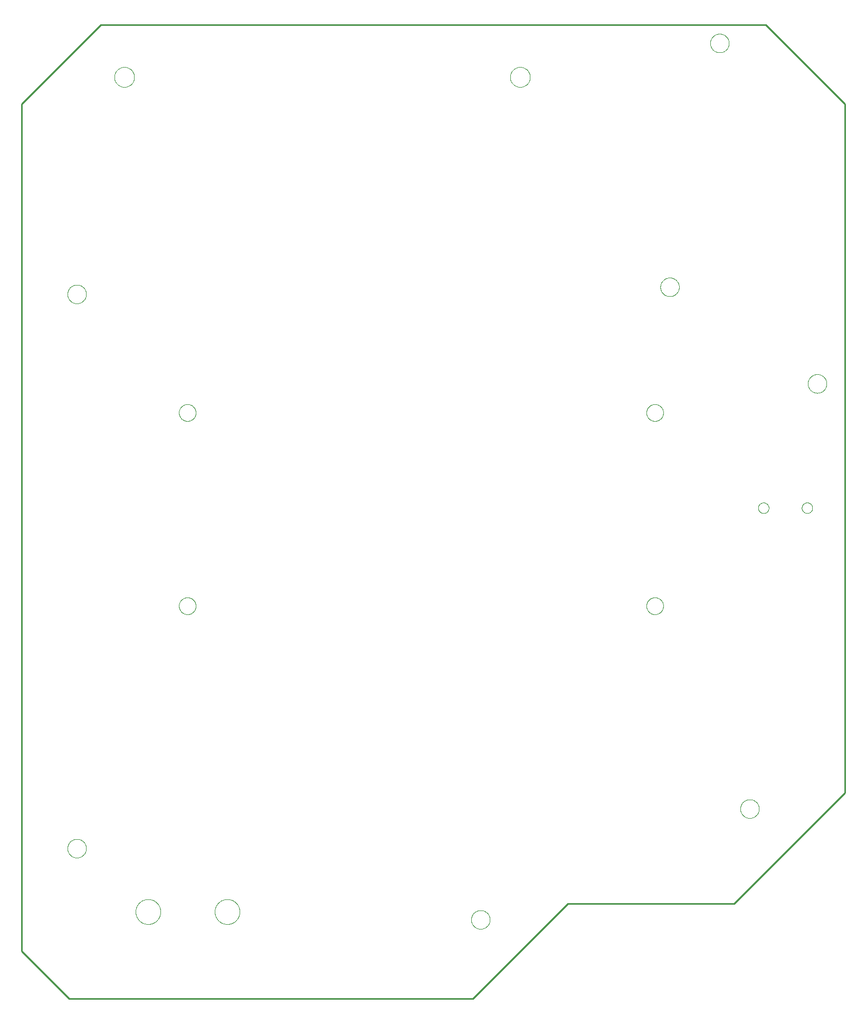
<source format=gko>
G04 EAGLE Gerber RS-274X export*
G75*
%MOMM*%
%FSLAX34Y34*%
%LPD*%
%INBoard Outline*%
%IPPOS*%
%AMOC8*
5,1,8,0,0,1.08239X$1,22.5*%
G01*
G04 Define Apertures*
%ADD10C,0.152400*%
%ADD11C,0.101600*%
%ADD12C,0.000000*%
%ADD13C,0.254000*%
D10*
X901700Y177800D02*
X749300Y25400D01*
D11*
X1117600Y1587500D02*
X152400Y1587500D01*
X25400Y1460500D01*
X25400Y101600D01*
X101600Y25400D01*
X749300Y25400D01*
D12*
X1178814Y330200D02*
X1178819Y330568D01*
X1178832Y330935D01*
X1178855Y331302D01*
X1178886Y331669D01*
X1178927Y332034D01*
X1178976Y332399D01*
X1179035Y332762D01*
X1179102Y333124D01*
X1179178Y333483D01*
X1179263Y333841D01*
X1179357Y334197D01*
X1179459Y334550D01*
X1179570Y334901D01*
X1179690Y335249D01*
X1179818Y335593D01*
X1179955Y335935D01*
X1180100Y336273D01*
X1180253Y336607D01*
X1180414Y336938D01*
X1180584Y337264D01*
X1180761Y337587D01*
X1180946Y337904D01*
X1181139Y338217D01*
X1181340Y338526D01*
X1181548Y338829D01*
X1181763Y339127D01*
X1181986Y339420D01*
X1182216Y339707D01*
X1182452Y339988D01*
X1182696Y340264D01*
X1182946Y340533D01*
X1183203Y340797D01*
X1183467Y341054D01*
X1183736Y341304D01*
X1184012Y341548D01*
X1184293Y341784D01*
X1184580Y342014D01*
X1184873Y342237D01*
X1185171Y342452D01*
X1185474Y342660D01*
X1185783Y342861D01*
X1186096Y343054D01*
X1186413Y343239D01*
X1186736Y343416D01*
X1187062Y343586D01*
X1187393Y343747D01*
X1187727Y343900D01*
X1188065Y344045D01*
X1188407Y344182D01*
X1188751Y344310D01*
X1189099Y344430D01*
X1189450Y344541D01*
X1189803Y344643D01*
X1190159Y344737D01*
X1190517Y344822D01*
X1190876Y344898D01*
X1191238Y344965D01*
X1191601Y345024D01*
X1191966Y345073D01*
X1192331Y345114D01*
X1192698Y345145D01*
X1193065Y345168D01*
X1193432Y345181D01*
X1193800Y345186D01*
X1194168Y345181D01*
X1194535Y345168D01*
X1194902Y345145D01*
X1195269Y345114D01*
X1195634Y345073D01*
X1195999Y345024D01*
X1196362Y344965D01*
X1196724Y344898D01*
X1197083Y344822D01*
X1197441Y344737D01*
X1197797Y344643D01*
X1198150Y344541D01*
X1198501Y344430D01*
X1198849Y344310D01*
X1199193Y344182D01*
X1199535Y344045D01*
X1199873Y343900D01*
X1200207Y343747D01*
X1200538Y343586D01*
X1200864Y343416D01*
X1201187Y343239D01*
X1201504Y343054D01*
X1201817Y342861D01*
X1202126Y342660D01*
X1202429Y342452D01*
X1202727Y342237D01*
X1203020Y342014D01*
X1203307Y341784D01*
X1203588Y341548D01*
X1203864Y341304D01*
X1204133Y341054D01*
X1204397Y340797D01*
X1204654Y340533D01*
X1204904Y340264D01*
X1205148Y339988D01*
X1205384Y339707D01*
X1205614Y339420D01*
X1205837Y339127D01*
X1206052Y338829D01*
X1206260Y338526D01*
X1206461Y338217D01*
X1206654Y337904D01*
X1206839Y337587D01*
X1207016Y337264D01*
X1207186Y336938D01*
X1207347Y336607D01*
X1207500Y336273D01*
X1207645Y335935D01*
X1207782Y335593D01*
X1207910Y335249D01*
X1208030Y334901D01*
X1208141Y334550D01*
X1208243Y334197D01*
X1208337Y333841D01*
X1208422Y333483D01*
X1208498Y333124D01*
X1208565Y332762D01*
X1208624Y332399D01*
X1208673Y332034D01*
X1208714Y331669D01*
X1208745Y331302D01*
X1208768Y330935D01*
X1208781Y330568D01*
X1208786Y330200D01*
X1208781Y329832D01*
X1208768Y329465D01*
X1208745Y329098D01*
X1208714Y328731D01*
X1208673Y328366D01*
X1208624Y328001D01*
X1208565Y327638D01*
X1208498Y327276D01*
X1208422Y326917D01*
X1208337Y326559D01*
X1208243Y326203D01*
X1208141Y325850D01*
X1208030Y325499D01*
X1207910Y325151D01*
X1207782Y324807D01*
X1207645Y324465D01*
X1207500Y324127D01*
X1207347Y323793D01*
X1207186Y323462D01*
X1207016Y323136D01*
X1206839Y322813D01*
X1206654Y322496D01*
X1206461Y322183D01*
X1206260Y321874D01*
X1206052Y321571D01*
X1205837Y321273D01*
X1205614Y320980D01*
X1205384Y320693D01*
X1205148Y320412D01*
X1204904Y320136D01*
X1204654Y319867D01*
X1204397Y319603D01*
X1204133Y319346D01*
X1203864Y319096D01*
X1203588Y318852D01*
X1203307Y318616D01*
X1203020Y318386D01*
X1202727Y318163D01*
X1202429Y317948D01*
X1202126Y317740D01*
X1201817Y317539D01*
X1201504Y317346D01*
X1201187Y317161D01*
X1200864Y316984D01*
X1200538Y316814D01*
X1200207Y316653D01*
X1199873Y316500D01*
X1199535Y316355D01*
X1199193Y316218D01*
X1198849Y316090D01*
X1198501Y315970D01*
X1198150Y315859D01*
X1197797Y315757D01*
X1197441Y315663D01*
X1197083Y315578D01*
X1196724Y315502D01*
X1196362Y315435D01*
X1195999Y315376D01*
X1195634Y315327D01*
X1195269Y315286D01*
X1194902Y315255D01*
X1194535Y315232D01*
X1194168Y315219D01*
X1193800Y315214D01*
X1193432Y315219D01*
X1193065Y315232D01*
X1192698Y315255D01*
X1192331Y315286D01*
X1191966Y315327D01*
X1191601Y315376D01*
X1191238Y315435D01*
X1190876Y315502D01*
X1190517Y315578D01*
X1190159Y315663D01*
X1189803Y315757D01*
X1189450Y315859D01*
X1189099Y315970D01*
X1188751Y316090D01*
X1188407Y316218D01*
X1188065Y316355D01*
X1187727Y316500D01*
X1187393Y316653D01*
X1187062Y316814D01*
X1186736Y316984D01*
X1186413Y317161D01*
X1186096Y317346D01*
X1185783Y317539D01*
X1185474Y317740D01*
X1185171Y317948D01*
X1184873Y318163D01*
X1184580Y318386D01*
X1184293Y318616D01*
X1184012Y318852D01*
X1183736Y319096D01*
X1183467Y319346D01*
X1183203Y319603D01*
X1182946Y319867D01*
X1182696Y320136D01*
X1182452Y320412D01*
X1182216Y320693D01*
X1181986Y320980D01*
X1181763Y321273D01*
X1181548Y321571D01*
X1181340Y321874D01*
X1181139Y322183D01*
X1180946Y322496D01*
X1180761Y322813D01*
X1180584Y323136D01*
X1180414Y323462D01*
X1180253Y323793D01*
X1180100Y324127D01*
X1179955Y324465D01*
X1179818Y324807D01*
X1179690Y325151D01*
X1179570Y325499D01*
X1179459Y325850D01*
X1179357Y326203D01*
X1179263Y326559D01*
X1179178Y326917D01*
X1179102Y327276D01*
X1179035Y327638D01*
X1178976Y328001D01*
X1178927Y328366D01*
X1178886Y328731D01*
X1178855Y329098D01*
X1178832Y329465D01*
X1178819Y329832D01*
X1178814Y330200D01*
X1130554Y1558290D02*
X1130559Y1558658D01*
X1130572Y1559025D01*
X1130595Y1559392D01*
X1130626Y1559759D01*
X1130667Y1560124D01*
X1130716Y1560489D01*
X1130775Y1560852D01*
X1130842Y1561214D01*
X1130918Y1561573D01*
X1131003Y1561931D01*
X1131097Y1562287D01*
X1131199Y1562640D01*
X1131310Y1562991D01*
X1131430Y1563339D01*
X1131558Y1563683D01*
X1131695Y1564025D01*
X1131840Y1564363D01*
X1131993Y1564697D01*
X1132154Y1565028D01*
X1132324Y1565354D01*
X1132501Y1565677D01*
X1132686Y1565994D01*
X1132879Y1566307D01*
X1133080Y1566616D01*
X1133288Y1566919D01*
X1133503Y1567217D01*
X1133726Y1567510D01*
X1133956Y1567797D01*
X1134192Y1568078D01*
X1134436Y1568354D01*
X1134686Y1568623D01*
X1134943Y1568887D01*
X1135207Y1569144D01*
X1135476Y1569394D01*
X1135752Y1569638D01*
X1136033Y1569874D01*
X1136320Y1570104D01*
X1136613Y1570327D01*
X1136911Y1570542D01*
X1137214Y1570750D01*
X1137523Y1570951D01*
X1137836Y1571144D01*
X1138153Y1571329D01*
X1138476Y1571506D01*
X1138802Y1571676D01*
X1139133Y1571837D01*
X1139467Y1571990D01*
X1139805Y1572135D01*
X1140147Y1572272D01*
X1140491Y1572400D01*
X1140839Y1572520D01*
X1141190Y1572631D01*
X1141543Y1572733D01*
X1141899Y1572827D01*
X1142257Y1572912D01*
X1142616Y1572988D01*
X1142978Y1573055D01*
X1143341Y1573114D01*
X1143706Y1573163D01*
X1144071Y1573204D01*
X1144438Y1573235D01*
X1144805Y1573258D01*
X1145172Y1573271D01*
X1145540Y1573276D01*
X1145908Y1573271D01*
X1146275Y1573258D01*
X1146642Y1573235D01*
X1147009Y1573204D01*
X1147374Y1573163D01*
X1147739Y1573114D01*
X1148102Y1573055D01*
X1148464Y1572988D01*
X1148823Y1572912D01*
X1149181Y1572827D01*
X1149537Y1572733D01*
X1149890Y1572631D01*
X1150241Y1572520D01*
X1150589Y1572400D01*
X1150933Y1572272D01*
X1151275Y1572135D01*
X1151613Y1571990D01*
X1151947Y1571837D01*
X1152278Y1571676D01*
X1152604Y1571506D01*
X1152927Y1571329D01*
X1153244Y1571144D01*
X1153557Y1570951D01*
X1153866Y1570750D01*
X1154169Y1570542D01*
X1154467Y1570327D01*
X1154760Y1570104D01*
X1155047Y1569874D01*
X1155328Y1569638D01*
X1155604Y1569394D01*
X1155873Y1569144D01*
X1156137Y1568887D01*
X1156394Y1568623D01*
X1156644Y1568354D01*
X1156888Y1568078D01*
X1157124Y1567797D01*
X1157354Y1567510D01*
X1157577Y1567217D01*
X1157792Y1566919D01*
X1158000Y1566616D01*
X1158201Y1566307D01*
X1158394Y1565994D01*
X1158579Y1565677D01*
X1158756Y1565354D01*
X1158926Y1565028D01*
X1159087Y1564697D01*
X1159240Y1564363D01*
X1159385Y1564025D01*
X1159522Y1563683D01*
X1159650Y1563339D01*
X1159770Y1562991D01*
X1159881Y1562640D01*
X1159983Y1562287D01*
X1160077Y1561931D01*
X1160162Y1561573D01*
X1160238Y1561214D01*
X1160305Y1560852D01*
X1160364Y1560489D01*
X1160413Y1560124D01*
X1160454Y1559759D01*
X1160485Y1559392D01*
X1160508Y1559025D01*
X1160521Y1558658D01*
X1160526Y1558290D01*
X1160521Y1557922D01*
X1160508Y1557555D01*
X1160485Y1557188D01*
X1160454Y1556821D01*
X1160413Y1556456D01*
X1160364Y1556091D01*
X1160305Y1555728D01*
X1160238Y1555366D01*
X1160162Y1555007D01*
X1160077Y1554649D01*
X1159983Y1554293D01*
X1159881Y1553940D01*
X1159770Y1553589D01*
X1159650Y1553241D01*
X1159522Y1552897D01*
X1159385Y1552555D01*
X1159240Y1552217D01*
X1159087Y1551883D01*
X1158926Y1551552D01*
X1158756Y1551226D01*
X1158579Y1550903D01*
X1158394Y1550586D01*
X1158201Y1550273D01*
X1158000Y1549964D01*
X1157792Y1549661D01*
X1157577Y1549363D01*
X1157354Y1549070D01*
X1157124Y1548783D01*
X1156888Y1548502D01*
X1156644Y1548226D01*
X1156394Y1547957D01*
X1156137Y1547693D01*
X1155873Y1547436D01*
X1155604Y1547186D01*
X1155328Y1546942D01*
X1155047Y1546706D01*
X1154760Y1546476D01*
X1154467Y1546253D01*
X1154169Y1546038D01*
X1153866Y1545830D01*
X1153557Y1545629D01*
X1153244Y1545436D01*
X1152927Y1545251D01*
X1152604Y1545074D01*
X1152278Y1544904D01*
X1151947Y1544743D01*
X1151613Y1544590D01*
X1151275Y1544445D01*
X1150933Y1544308D01*
X1150589Y1544180D01*
X1150241Y1544060D01*
X1149890Y1543949D01*
X1149537Y1543847D01*
X1149181Y1543753D01*
X1148823Y1543668D01*
X1148464Y1543592D01*
X1148102Y1543525D01*
X1147739Y1543466D01*
X1147374Y1543417D01*
X1147009Y1543376D01*
X1146642Y1543345D01*
X1146275Y1543322D01*
X1145908Y1543309D01*
X1145540Y1543304D01*
X1145172Y1543309D01*
X1144805Y1543322D01*
X1144438Y1543345D01*
X1144071Y1543376D01*
X1143706Y1543417D01*
X1143341Y1543466D01*
X1142978Y1543525D01*
X1142616Y1543592D01*
X1142257Y1543668D01*
X1141899Y1543753D01*
X1141543Y1543847D01*
X1141190Y1543949D01*
X1140839Y1544060D01*
X1140491Y1544180D01*
X1140147Y1544308D01*
X1139805Y1544445D01*
X1139467Y1544590D01*
X1139133Y1544743D01*
X1138802Y1544904D01*
X1138476Y1545074D01*
X1138153Y1545251D01*
X1137836Y1545436D01*
X1137523Y1545629D01*
X1137214Y1545830D01*
X1136911Y1546038D01*
X1136613Y1546253D01*
X1136320Y1546476D01*
X1136033Y1546706D01*
X1135752Y1546942D01*
X1135476Y1547186D01*
X1135207Y1547436D01*
X1134943Y1547693D01*
X1134686Y1547957D01*
X1134436Y1548226D01*
X1134192Y1548502D01*
X1133956Y1548783D01*
X1133726Y1549070D01*
X1133503Y1549363D01*
X1133288Y1549661D01*
X1133080Y1549964D01*
X1132879Y1550273D01*
X1132686Y1550586D01*
X1132501Y1550903D01*
X1132324Y1551226D01*
X1132154Y1551552D01*
X1131993Y1551883D01*
X1131840Y1552217D01*
X1131695Y1552555D01*
X1131558Y1552897D01*
X1131430Y1553241D01*
X1131310Y1553589D01*
X1131199Y1553940D01*
X1131097Y1554293D01*
X1131003Y1554649D01*
X1130918Y1555007D01*
X1130842Y1555366D01*
X1130775Y1555728D01*
X1130716Y1556091D01*
X1130667Y1556456D01*
X1130626Y1556821D01*
X1130595Y1557188D01*
X1130572Y1557555D01*
X1130559Y1557922D01*
X1130554Y1558290D01*
X99314Y1155700D02*
X99319Y1156068D01*
X99332Y1156435D01*
X99355Y1156802D01*
X99386Y1157169D01*
X99427Y1157534D01*
X99476Y1157899D01*
X99535Y1158262D01*
X99602Y1158624D01*
X99678Y1158983D01*
X99763Y1159341D01*
X99857Y1159697D01*
X99959Y1160050D01*
X100070Y1160401D01*
X100190Y1160749D01*
X100318Y1161093D01*
X100455Y1161435D01*
X100600Y1161773D01*
X100753Y1162107D01*
X100914Y1162438D01*
X101084Y1162764D01*
X101261Y1163087D01*
X101446Y1163404D01*
X101639Y1163717D01*
X101840Y1164026D01*
X102048Y1164329D01*
X102263Y1164627D01*
X102486Y1164920D01*
X102716Y1165207D01*
X102952Y1165488D01*
X103196Y1165764D01*
X103446Y1166033D01*
X103703Y1166297D01*
X103967Y1166554D01*
X104236Y1166804D01*
X104512Y1167048D01*
X104793Y1167284D01*
X105080Y1167514D01*
X105373Y1167737D01*
X105671Y1167952D01*
X105974Y1168160D01*
X106283Y1168361D01*
X106596Y1168554D01*
X106913Y1168739D01*
X107236Y1168916D01*
X107562Y1169086D01*
X107893Y1169247D01*
X108227Y1169400D01*
X108565Y1169545D01*
X108907Y1169682D01*
X109251Y1169810D01*
X109599Y1169930D01*
X109950Y1170041D01*
X110303Y1170143D01*
X110659Y1170237D01*
X111017Y1170322D01*
X111376Y1170398D01*
X111738Y1170465D01*
X112101Y1170524D01*
X112466Y1170573D01*
X112831Y1170614D01*
X113198Y1170645D01*
X113565Y1170668D01*
X113932Y1170681D01*
X114300Y1170686D01*
X114668Y1170681D01*
X115035Y1170668D01*
X115402Y1170645D01*
X115769Y1170614D01*
X116134Y1170573D01*
X116499Y1170524D01*
X116862Y1170465D01*
X117224Y1170398D01*
X117583Y1170322D01*
X117941Y1170237D01*
X118297Y1170143D01*
X118650Y1170041D01*
X119001Y1169930D01*
X119349Y1169810D01*
X119693Y1169682D01*
X120035Y1169545D01*
X120373Y1169400D01*
X120707Y1169247D01*
X121038Y1169086D01*
X121364Y1168916D01*
X121687Y1168739D01*
X122004Y1168554D01*
X122317Y1168361D01*
X122626Y1168160D01*
X122929Y1167952D01*
X123227Y1167737D01*
X123520Y1167514D01*
X123807Y1167284D01*
X124088Y1167048D01*
X124364Y1166804D01*
X124633Y1166554D01*
X124897Y1166297D01*
X125154Y1166033D01*
X125404Y1165764D01*
X125648Y1165488D01*
X125884Y1165207D01*
X126114Y1164920D01*
X126337Y1164627D01*
X126552Y1164329D01*
X126760Y1164026D01*
X126961Y1163717D01*
X127154Y1163404D01*
X127339Y1163087D01*
X127516Y1162764D01*
X127686Y1162438D01*
X127847Y1162107D01*
X128000Y1161773D01*
X128145Y1161435D01*
X128282Y1161093D01*
X128410Y1160749D01*
X128530Y1160401D01*
X128641Y1160050D01*
X128743Y1159697D01*
X128837Y1159341D01*
X128922Y1158983D01*
X128998Y1158624D01*
X129065Y1158262D01*
X129124Y1157899D01*
X129173Y1157534D01*
X129214Y1157169D01*
X129245Y1156802D01*
X129268Y1156435D01*
X129281Y1156068D01*
X129286Y1155700D01*
X129281Y1155332D01*
X129268Y1154965D01*
X129245Y1154598D01*
X129214Y1154231D01*
X129173Y1153866D01*
X129124Y1153501D01*
X129065Y1153138D01*
X128998Y1152776D01*
X128922Y1152417D01*
X128837Y1152059D01*
X128743Y1151703D01*
X128641Y1151350D01*
X128530Y1150999D01*
X128410Y1150651D01*
X128282Y1150307D01*
X128145Y1149965D01*
X128000Y1149627D01*
X127847Y1149293D01*
X127686Y1148962D01*
X127516Y1148636D01*
X127339Y1148313D01*
X127154Y1147996D01*
X126961Y1147683D01*
X126760Y1147374D01*
X126552Y1147071D01*
X126337Y1146773D01*
X126114Y1146480D01*
X125884Y1146193D01*
X125648Y1145912D01*
X125404Y1145636D01*
X125154Y1145367D01*
X124897Y1145103D01*
X124633Y1144846D01*
X124364Y1144596D01*
X124088Y1144352D01*
X123807Y1144116D01*
X123520Y1143886D01*
X123227Y1143663D01*
X122929Y1143448D01*
X122626Y1143240D01*
X122317Y1143039D01*
X122004Y1142846D01*
X121687Y1142661D01*
X121364Y1142484D01*
X121038Y1142314D01*
X120707Y1142153D01*
X120373Y1142000D01*
X120035Y1141855D01*
X119693Y1141718D01*
X119349Y1141590D01*
X119001Y1141470D01*
X118650Y1141359D01*
X118297Y1141257D01*
X117941Y1141163D01*
X117583Y1141078D01*
X117224Y1141002D01*
X116862Y1140935D01*
X116499Y1140876D01*
X116134Y1140827D01*
X115769Y1140786D01*
X115402Y1140755D01*
X115035Y1140732D01*
X114668Y1140719D01*
X114300Y1140714D01*
X113932Y1140719D01*
X113565Y1140732D01*
X113198Y1140755D01*
X112831Y1140786D01*
X112466Y1140827D01*
X112101Y1140876D01*
X111738Y1140935D01*
X111376Y1141002D01*
X111017Y1141078D01*
X110659Y1141163D01*
X110303Y1141257D01*
X109950Y1141359D01*
X109599Y1141470D01*
X109251Y1141590D01*
X108907Y1141718D01*
X108565Y1141855D01*
X108227Y1142000D01*
X107893Y1142153D01*
X107562Y1142314D01*
X107236Y1142484D01*
X106913Y1142661D01*
X106596Y1142846D01*
X106283Y1143039D01*
X105974Y1143240D01*
X105671Y1143448D01*
X105373Y1143663D01*
X105080Y1143886D01*
X104793Y1144116D01*
X104512Y1144352D01*
X104236Y1144596D01*
X103967Y1144846D01*
X103703Y1145103D01*
X103446Y1145367D01*
X103196Y1145636D01*
X102952Y1145912D01*
X102716Y1146193D01*
X102486Y1146480D01*
X102263Y1146773D01*
X102048Y1147071D01*
X101840Y1147374D01*
X101639Y1147683D01*
X101446Y1147996D01*
X101261Y1148313D01*
X101084Y1148636D01*
X100914Y1148962D01*
X100753Y1149293D01*
X100600Y1149627D01*
X100455Y1149965D01*
X100318Y1150307D01*
X100190Y1150651D01*
X100070Y1150999D01*
X99959Y1151350D01*
X99857Y1151703D01*
X99763Y1152059D01*
X99678Y1152417D01*
X99602Y1152776D01*
X99535Y1153138D01*
X99476Y1153501D01*
X99427Y1153866D01*
X99386Y1154231D01*
X99355Y1154598D01*
X99332Y1154965D01*
X99319Y1155332D01*
X99314Y1155700D01*
X99314Y266700D02*
X99319Y267068D01*
X99332Y267435D01*
X99355Y267802D01*
X99386Y268169D01*
X99427Y268534D01*
X99476Y268899D01*
X99535Y269262D01*
X99602Y269624D01*
X99678Y269983D01*
X99763Y270341D01*
X99857Y270697D01*
X99959Y271050D01*
X100070Y271401D01*
X100190Y271749D01*
X100318Y272093D01*
X100455Y272435D01*
X100600Y272773D01*
X100753Y273107D01*
X100914Y273438D01*
X101084Y273764D01*
X101261Y274087D01*
X101446Y274404D01*
X101639Y274717D01*
X101840Y275026D01*
X102048Y275329D01*
X102263Y275627D01*
X102486Y275920D01*
X102716Y276207D01*
X102952Y276488D01*
X103196Y276764D01*
X103446Y277033D01*
X103703Y277297D01*
X103967Y277554D01*
X104236Y277804D01*
X104512Y278048D01*
X104793Y278284D01*
X105080Y278514D01*
X105373Y278737D01*
X105671Y278952D01*
X105974Y279160D01*
X106283Y279361D01*
X106596Y279554D01*
X106913Y279739D01*
X107236Y279916D01*
X107562Y280086D01*
X107893Y280247D01*
X108227Y280400D01*
X108565Y280545D01*
X108907Y280682D01*
X109251Y280810D01*
X109599Y280930D01*
X109950Y281041D01*
X110303Y281143D01*
X110659Y281237D01*
X111017Y281322D01*
X111376Y281398D01*
X111738Y281465D01*
X112101Y281524D01*
X112466Y281573D01*
X112831Y281614D01*
X113198Y281645D01*
X113565Y281668D01*
X113932Y281681D01*
X114300Y281686D01*
X114668Y281681D01*
X115035Y281668D01*
X115402Y281645D01*
X115769Y281614D01*
X116134Y281573D01*
X116499Y281524D01*
X116862Y281465D01*
X117224Y281398D01*
X117583Y281322D01*
X117941Y281237D01*
X118297Y281143D01*
X118650Y281041D01*
X119001Y280930D01*
X119349Y280810D01*
X119693Y280682D01*
X120035Y280545D01*
X120373Y280400D01*
X120707Y280247D01*
X121038Y280086D01*
X121364Y279916D01*
X121687Y279739D01*
X122004Y279554D01*
X122317Y279361D01*
X122626Y279160D01*
X122929Y278952D01*
X123227Y278737D01*
X123520Y278514D01*
X123807Y278284D01*
X124088Y278048D01*
X124364Y277804D01*
X124633Y277554D01*
X124897Y277297D01*
X125154Y277033D01*
X125404Y276764D01*
X125648Y276488D01*
X125884Y276207D01*
X126114Y275920D01*
X126337Y275627D01*
X126552Y275329D01*
X126760Y275026D01*
X126961Y274717D01*
X127154Y274404D01*
X127339Y274087D01*
X127516Y273764D01*
X127686Y273438D01*
X127847Y273107D01*
X128000Y272773D01*
X128145Y272435D01*
X128282Y272093D01*
X128410Y271749D01*
X128530Y271401D01*
X128641Y271050D01*
X128743Y270697D01*
X128837Y270341D01*
X128922Y269983D01*
X128998Y269624D01*
X129065Y269262D01*
X129124Y268899D01*
X129173Y268534D01*
X129214Y268169D01*
X129245Y267802D01*
X129268Y267435D01*
X129281Y267068D01*
X129286Y266700D01*
X129281Y266332D01*
X129268Y265965D01*
X129245Y265598D01*
X129214Y265231D01*
X129173Y264866D01*
X129124Y264501D01*
X129065Y264138D01*
X128998Y263776D01*
X128922Y263417D01*
X128837Y263059D01*
X128743Y262703D01*
X128641Y262350D01*
X128530Y261999D01*
X128410Y261651D01*
X128282Y261307D01*
X128145Y260965D01*
X128000Y260627D01*
X127847Y260293D01*
X127686Y259962D01*
X127516Y259636D01*
X127339Y259313D01*
X127154Y258996D01*
X126961Y258683D01*
X126760Y258374D01*
X126552Y258071D01*
X126337Y257773D01*
X126114Y257480D01*
X125884Y257193D01*
X125648Y256912D01*
X125404Y256636D01*
X125154Y256367D01*
X124897Y256103D01*
X124633Y255846D01*
X124364Y255596D01*
X124088Y255352D01*
X123807Y255116D01*
X123520Y254886D01*
X123227Y254663D01*
X122929Y254448D01*
X122626Y254240D01*
X122317Y254039D01*
X122004Y253846D01*
X121687Y253661D01*
X121364Y253484D01*
X121038Y253314D01*
X120707Y253153D01*
X120373Y253000D01*
X120035Y252855D01*
X119693Y252718D01*
X119349Y252590D01*
X119001Y252470D01*
X118650Y252359D01*
X118297Y252257D01*
X117941Y252163D01*
X117583Y252078D01*
X117224Y252002D01*
X116862Y251935D01*
X116499Y251876D01*
X116134Y251827D01*
X115769Y251786D01*
X115402Y251755D01*
X115035Y251732D01*
X114668Y251719D01*
X114300Y251714D01*
X113932Y251719D01*
X113565Y251732D01*
X113198Y251755D01*
X112831Y251786D01*
X112466Y251827D01*
X112101Y251876D01*
X111738Y251935D01*
X111376Y252002D01*
X111017Y252078D01*
X110659Y252163D01*
X110303Y252257D01*
X109950Y252359D01*
X109599Y252470D01*
X109251Y252590D01*
X108907Y252718D01*
X108565Y252855D01*
X108227Y253000D01*
X107893Y253153D01*
X107562Y253314D01*
X107236Y253484D01*
X106913Y253661D01*
X106596Y253846D01*
X106283Y254039D01*
X105974Y254240D01*
X105671Y254448D01*
X105373Y254663D01*
X105080Y254886D01*
X104793Y255116D01*
X104512Y255352D01*
X104236Y255596D01*
X103967Y255846D01*
X103703Y256103D01*
X103446Y256367D01*
X103196Y256636D01*
X102952Y256912D01*
X102716Y257193D01*
X102486Y257480D01*
X102263Y257773D01*
X102048Y258071D01*
X101840Y258374D01*
X101639Y258683D01*
X101446Y258996D01*
X101261Y259313D01*
X101084Y259636D01*
X100914Y259962D01*
X100753Y260293D01*
X100600Y260627D01*
X100455Y260965D01*
X100318Y261307D01*
X100190Y261651D01*
X100070Y261999D01*
X99959Y262350D01*
X99857Y262703D01*
X99763Y263059D01*
X99678Y263417D01*
X99602Y263776D01*
X99535Y264138D01*
X99476Y264501D01*
X99427Y264866D01*
X99386Y265231D01*
X99355Y265598D01*
X99332Y265965D01*
X99319Y266332D01*
X99314Y266700D01*
X747014Y152400D02*
X747019Y152768D01*
X747032Y153135D01*
X747055Y153502D01*
X747086Y153869D01*
X747127Y154234D01*
X747176Y154599D01*
X747235Y154962D01*
X747302Y155324D01*
X747378Y155683D01*
X747463Y156041D01*
X747557Y156397D01*
X747659Y156750D01*
X747770Y157101D01*
X747890Y157449D01*
X748018Y157793D01*
X748155Y158135D01*
X748300Y158473D01*
X748453Y158807D01*
X748614Y159138D01*
X748784Y159464D01*
X748961Y159787D01*
X749146Y160104D01*
X749339Y160417D01*
X749540Y160726D01*
X749748Y161029D01*
X749963Y161327D01*
X750186Y161620D01*
X750416Y161907D01*
X750652Y162188D01*
X750896Y162464D01*
X751146Y162733D01*
X751403Y162997D01*
X751667Y163254D01*
X751936Y163504D01*
X752212Y163748D01*
X752493Y163984D01*
X752780Y164214D01*
X753073Y164437D01*
X753371Y164652D01*
X753674Y164860D01*
X753983Y165061D01*
X754296Y165254D01*
X754613Y165439D01*
X754936Y165616D01*
X755262Y165786D01*
X755593Y165947D01*
X755927Y166100D01*
X756265Y166245D01*
X756607Y166382D01*
X756951Y166510D01*
X757299Y166630D01*
X757650Y166741D01*
X758003Y166843D01*
X758359Y166937D01*
X758717Y167022D01*
X759076Y167098D01*
X759438Y167165D01*
X759801Y167224D01*
X760166Y167273D01*
X760531Y167314D01*
X760898Y167345D01*
X761265Y167368D01*
X761632Y167381D01*
X762000Y167386D01*
X762368Y167381D01*
X762735Y167368D01*
X763102Y167345D01*
X763469Y167314D01*
X763834Y167273D01*
X764199Y167224D01*
X764562Y167165D01*
X764924Y167098D01*
X765283Y167022D01*
X765641Y166937D01*
X765997Y166843D01*
X766350Y166741D01*
X766701Y166630D01*
X767049Y166510D01*
X767393Y166382D01*
X767735Y166245D01*
X768073Y166100D01*
X768407Y165947D01*
X768738Y165786D01*
X769064Y165616D01*
X769387Y165439D01*
X769704Y165254D01*
X770017Y165061D01*
X770326Y164860D01*
X770629Y164652D01*
X770927Y164437D01*
X771220Y164214D01*
X771507Y163984D01*
X771788Y163748D01*
X772064Y163504D01*
X772333Y163254D01*
X772597Y162997D01*
X772854Y162733D01*
X773104Y162464D01*
X773348Y162188D01*
X773584Y161907D01*
X773814Y161620D01*
X774037Y161327D01*
X774252Y161029D01*
X774460Y160726D01*
X774661Y160417D01*
X774854Y160104D01*
X775039Y159787D01*
X775216Y159464D01*
X775386Y159138D01*
X775547Y158807D01*
X775700Y158473D01*
X775845Y158135D01*
X775982Y157793D01*
X776110Y157449D01*
X776230Y157101D01*
X776341Y156750D01*
X776443Y156397D01*
X776537Y156041D01*
X776622Y155683D01*
X776698Y155324D01*
X776765Y154962D01*
X776824Y154599D01*
X776873Y154234D01*
X776914Y153869D01*
X776945Y153502D01*
X776968Y153135D01*
X776981Y152768D01*
X776986Y152400D01*
X776981Y152032D01*
X776968Y151665D01*
X776945Y151298D01*
X776914Y150931D01*
X776873Y150566D01*
X776824Y150201D01*
X776765Y149838D01*
X776698Y149476D01*
X776622Y149117D01*
X776537Y148759D01*
X776443Y148403D01*
X776341Y148050D01*
X776230Y147699D01*
X776110Y147351D01*
X775982Y147007D01*
X775845Y146665D01*
X775700Y146327D01*
X775547Y145993D01*
X775386Y145662D01*
X775216Y145336D01*
X775039Y145013D01*
X774854Y144696D01*
X774661Y144383D01*
X774460Y144074D01*
X774252Y143771D01*
X774037Y143473D01*
X773814Y143180D01*
X773584Y142893D01*
X773348Y142612D01*
X773104Y142336D01*
X772854Y142067D01*
X772597Y141803D01*
X772333Y141546D01*
X772064Y141296D01*
X771788Y141052D01*
X771507Y140816D01*
X771220Y140586D01*
X770927Y140363D01*
X770629Y140148D01*
X770326Y139940D01*
X770017Y139739D01*
X769704Y139546D01*
X769387Y139361D01*
X769064Y139184D01*
X768738Y139014D01*
X768407Y138853D01*
X768073Y138700D01*
X767735Y138555D01*
X767393Y138418D01*
X767049Y138290D01*
X766701Y138170D01*
X766350Y138059D01*
X765997Y137957D01*
X765641Y137863D01*
X765283Y137778D01*
X764924Y137702D01*
X764562Y137635D01*
X764199Y137576D01*
X763834Y137527D01*
X763469Y137486D01*
X763102Y137455D01*
X762735Y137432D01*
X762368Y137419D01*
X762000Y137414D01*
X761632Y137419D01*
X761265Y137432D01*
X760898Y137455D01*
X760531Y137486D01*
X760166Y137527D01*
X759801Y137576D01*
X759438Y137635D01*
X759076Y137702D01*
X758717Y137778D01*
X758359Y137863D01*
X758003Y137957D01*
X757650Y138059D01*
X757299Y138170D01*
X756951Y138290D01*
X756607Y138418D01*
X756265Y138555D01*
X755927Y138700D01*
X755593Y138853D01*
X755262Y139014D01*
X754936Y139184D01*
X754613Y139361D01*
X754296Y139546D01*
X753983Y139739D01*
X753674Y139940D01*
X753371Y140148D01*
X753073Y140363D01*
X752780Y140586D01*
X752493Y140816D01*
X752212Y141052D01*
X751936Y141296D01*
X751667Y141546D01*
X751403Y141803D01*
X751146Y142067D01*
X750896Y142336D01*
X750652Y142612D01*
X750416Y142893D01*
X750186Y143180D01*
X749963Y143473D01*
X749748Y143771D01*
X749540Y144074D01*
X749339Y144383D01*
X749146Y144696D01*
X748961Y145013D01*
X748784Y145336D01*
X748614Y145662D01*
X748453Y145993D01*
X748300Y146327D01*
X748155Y146665D01*
X748018Y147007D01*
X747890Y147351D01*
X747770Y147699D01*
X747659Y148050D01*
X747557Y148403D01*
X747463Y148759D01*
X747378Y149117D01*
X747302Y149476D01*
X747235Y149838D01*
X747176Y150201D01*
X747127Y150566D01*
X747086Y150931D01*
X747055Y151298D01*
X747032Y151665D01*
X747019Y152032D01*
X747014Y152400D01*
X1050544Y1167130D02*
X1050549Y1167498D01*
X1050562Y1167865D01*
X1050585Y1168232D01*
X1050616Y1168599D01*
X1050657Y1168964D01*
X1050706Y1169329D01*
X1050765Y1169692D01*
X1050832Y1170054D01*
X1050908Y1170413D01*
X1050993Y1170771D01*
X1051087Y1171127D01*
X1051189Y1171480D01*
X1051300Y1171831D01*
X1051420Y1172179D01*
X1051548Y1172523D01*
X1051685Y1172865D01*
X1051830Y1173203D01*
X1051983Y1173537D01*
X1052144Y1173868D01*
X1052314Y1174194D01*
X1052491Y1174517D01*
X1052676Y1174834D01*
X1052869Y1175147D01*
X1053070Y1175456D01*
X1053278Y1175759D01*
X1053493Y1176057D01*
X1053716Y1176350D01*
X1053946Y1176637D01*
X1054182Y1176918D01*
X1054426Y1177194D01*
X1054676Y1177463D01*
X1054933Y1177727D01*
X1055197Y1177984D01*
X1055466Y1178234D01*
X1055742Y1178478D01*
X1056023Y1178714D01*
X1056310Y1178944D01*
X1056603Y1179167D01*
X1056901Y1179382D01*
X1057204Y1179590D01*
X1057513Y1179791D01*
X1057826Y1179984D01*
X1058143Y1180169D01*
X1058466Y1180346D01*
X1058792Y1180516D01*
X1059123Y1180677D01*
X1059457Y1180830D01*
X1059795Y1180975D01*
X1060137Y1181112D01*
X1060481Y1181240D01*
X1060829Y1181360D01*
X1061180Y1181471D01*
X1061533Y1181573D01*
X1061889Y1181667D01*
X1062247Y1181752D01*
X1062606Y1181828D01*
X1062968Y1181895D01*
X1063331Y1181954D01*
X1063696Y1182003D01*
X1064061Y1182044D01*
X1064428Y1182075D01*
X1064795Y1182098D01*
X1065162Y1182111D01*
X1065530Y1182116D01*
X1065898Y1182111D01*
X1066265Y1182098D01*
X1066632Y1182075D01*
X1066999Y1182044D01*
X1067364Y1182003D01*
X1067729Y1181954D01*
X1068092Y1181895D01*
X1068454Y1181828D01*
X1068813Y1181752D01*
X1069171Y1181667D01*
X1069527Y1181573D01*
X1069880Y1181471D01*
X1070231Y1181360D01*
X1070579Y1181240D01*
X1070923Y1181112D01*
X1071265Y1180975D01*
X1071603Y1180830D01*
X1071937Y1180677D01*
X1072268Y1180516D01*
X1072594Y1180346D01*
X1072917Y1180169D01*
X1073234Y1179984D01*
X1073547Y1179791D01*
X1073856Y1179590D01*
X1074159Y1179382D01*
X1074457Y1179167D01*
X1074750Y1178944D01*
X1075037Y1178714D01*
X1075318Y1178478D01*
X1075594Y1178234D01*
X1075863Y1177984D01*
X1076127Y1177727D01*
X1076384Y1177463D01*
X1076634Y1177194D01*
X1076878Y1176918D01*
X1077114Y1176637D01*
X1077344Y1176350D01*
X1077567Y1176057D01*
X1077782Y1175759D01*
X1077990Y1175456D01*
X1078191Y1175147D01*
X1078384Y1174834D01*
X1078569Y1174517D01*
X1078746Y1174194D01*
X1078916Y1173868D01*
X1079077Y1173537D01*
X1079230Y1173203D01*
X1079375Y1172865D01*
X1079512Y1172523D01*
X1079640Y1172179D01*
X1079760Y1171831D01*
X1079871Y1171480D01*
X1079973Y1171127D01*
X1080067Y1170771D01*
X1080152Y1170413D01*
X1080228Y1170054D01*
X1080295Y1169692D01*
X1080354Y1169329D01*
X1080403Y1168964D01*
X1080444Y1168599D01*
X1080475Y1168232D01*
X1080498Y1167865D01*
X1080511Y1167498D01*
X1080516Y1167130D01*
X1080511Y1166762D01*
X1080498Y1166395D01*
X1080475Y1166028D01*
X1080444Y1165661D01*
X1080403Y1165296D01*
X1080354Y1164931D01*
X1080295Y1164568D01*
X1080228Y1164206D01*
X1080152Y1163847D01*
X1080067Y1163489D01*
X1079973Y1163133D01*
X1079871Y1162780D01*
X1079760Y1162429D01*
X1079640Y1162081D01*
X1079512Y1161737D01*
X1079375Y1161395D01*
X1079230Y1161057D01*
X1079077Y1160723D01*
X1078916Y1160392D01*
X1078746Y1160066D01*
X1078569Y1159743D01*
X1078384Y1159426D01*
X1078191Y1159113D01*
X1077990Y1158804D01*
X1077782Y1158501D01*
X1077567Y1158203D01*
X1077344Y1157910D01*
X1077114Y1157623D01*
X1076878Y1157342D01*
X1076634Y1157066D01*
X1076384Y1156797D01*
X1076127Y1156533D01*
X1075863Y1156276D01*
X1075594Y1156026D01*
X1075318Y1155782D01*
X1075037Y1155546D01*
X1074750Y1155316D01*
X1074457Y1155093D01*
X1074159Y1154878D01*
X1073856Y1154670D01*
X1073547Y1154469D01*
X1073234Y1154276D01*
X1072917Y1154091D01*
X1072594Y1153914D01*
X1072268Y1153744D01*
X1071937Y1153583D01*
X1071603Y1153430D01*
X1071265Y1153285D01*
X1070923Y1153148D01*
X1070579Y1153020D01*
X1070231Y1152900D01*
X1069880Y1152789D01*
X1069527Y1152687D01*
X1069171Y1152593D01*
X1068813Y1152508D01*
X1068454Y1152432D01*
X1068092Y1152365D01*
X1067729Y1152306D01*
X1067364Y1152257D01*
X1066999Y1152216D01*
X1066632Y1152185D01*
X1066265Y1152162D01*
X1065898Y1152149D01*
X1065530Y1152144D01*
X1065162Y1152149D01*
X1064795Y1152162D01*
X1064428Y1152185D01*
X1064061Y1152216D01*
X1063696Y1152257D01*
X1063331Y1152306D01*
X1062968Y1152365D01*
X1062606Y1152432D01*
X1062247Y1152508D01*
X1061889Y1152593D01*
X1061533Y1152687D01*
X1061180Y1152789D01*
X1060829Y1152900D01*
X1060481Y1153020D01*
X1060137Y1153148D01*
X1059795Y1153285D01*
X1059457Y1153430D01*
X1059123Y1153583D01*
X1058792Y1153744D01*
X1058466Y1153914D01*
X1058143Y1154091D01*
X1057826Y1154276D01*
X1057513Y1154469D01*
X1057204Y1154670D01*
X1056901Y1154878D01*
X1056603Y1155093D01*
X1056310Y1155316D01*
X1056023Y1155546D01*
X1055742Y1155782D01*
X1055466Y1156026D01*
X1055197Y1156276D01*
X1054933Y1156533D01*
X1054676Y1156797D01*
X1054426Y1157066D01*
X1054182Y1157342D01*
X1053946Y1157623D01*
X1053716Y1157910D01*
X1053493Y1158203D01*
X1053278Y1158501D01*
X1053070Y1158804D01*
X1052869Y1159113D01*
X1052676Y1159426D01*
X1052491Y1159743D01*
X1052314Y1160066D01*
X1052144Y1160392D01*
X1051983Y1160723D01*
X1051830Y1161057D01*
X1051685Y1161395D01*
X1051548Y1161737D01*
X1051420Y1162081D01*
X1051300Y1162429D01*
X1051189Y1162780D01*
X1051087Y1163133D01*
X1050993Y1163489D01*
X1050908Y1163847D01*
X1050832Y1164206D01*
X1050765Y1164568D01*
X1050706Y1164931D01*
X1050657Y1165296D01*
X1050616Y1165661D01*
X1050585Y1166028D01*
X1050562Y1166395D01*
X1050549Y1166762D01*
X1050544Y1167130D01*
D10*
X1168400Y177800D02*
X901700Y177800D01*
X1168400Y177800D02*
X1346200Y355600D01*
X1346200Y1460500D01*
X1219200Y1587500D02*
X1117600Y1587500D01*
D11*
X1219200Y1587500D02*
X1346200Y1460500D01*
D12*
X1028200Y965600D02*
X1028204Y965931D01*
X1028216Y966262D01*
X1028237Y966593D01*
X1028265Y966923D01*
X1028302Y967253D01*
X1028346Y967581D01*
X1028399Y967908D01*
X1028459Y968234D01*
X1028528Y968558D01*
X1028605Y968880D01*
X1028689Y969201D01*
X1028781Y969519D01*
X1028881Y969835D01*
X1028989Y970148D01*
X1029105Y970459D01*
X1029228Y970766D01*
X1029358Y971071D01*
X1029496Y971372D01*
X1029641Y971670D01*
X1029794Y971964D01*
X1029954Y972254D01*
X1030121Y972540D01*
X1030294Y972822D01*
X1030475Y973100D01*
X1030663Y973373D01*
X1030857Y973642D01*
X1031057Y973906D01*
X1031264Y974164D01*
X1031478Y974418D01*
X1031697Y974666D01*
X1031923Y974909D01*
X1032154Y975146D01*
X1032391Y975377D01*
X1032634Y975603D01*
X1032882Y975822D01*
X1033136Y976036D01*
X1033394Y976243D01*
X1033658Y976443D01*
X1033927Y976637D01*
X1034200Y976825D01*
X1034478Y977006D01*
X1034760Y977179D01*
X1035046Y977346D01*
X1035336Y977506D01*
X1035630Y977659D01*
X1035928Y977804D01*
X1036229Y977942D01*
X1036534Y978072D01*
X1036841Y978195D01*
X1037152Y978311D01*
X1037465Y978419D01*
X1037781Y978519D01*
X1038099Y978611D01*
X1038420Y978695D01*
X1038742Y978772D01*
X1039066Y978841D01*
X1039392Y978901D01*
X1039719Y978954D01*
X1040047Y978998D01*
X1040377Y979035D01*
X1040707Y979063D01*
X1041038Y979084D01*
X1041369Y979096D01*
X1041700Y979100D01*
X1042031Y979096D01*
X1042362Y979084D01*
X1042693Y979063D01*
X1043023Y979035D01*
X1043353Y978998D01*
X1043681Y978954D01*
X1044008Y978901D01*
X1044334Y978841D01*
X1044658Y978772D01*
X1044980Y978695D01*
X1045301Y978611D01*
X1045619Y978519D01*
X1045935Y978419D01*
X1046248Y978311D01*
X1046559Y978195D01*
X1046866Y978072D01*
X1047171Y977942D01*
X1047472Y977804D01*
X1047770Y977659D01*
X1048064Y977506D01*
X1048354Y977346D01*
X1048640Y977179D01*
X1048922Y977006D01*
X1049200Y976825D01*
X1049473Y976637D01*
X1049742Y976443D01*
X1050006Y976243D01*
X1050264Y976036D01*
X1050518Y975822D01*
X1050766Y975603D01*
X1051009Y975377D01*
X1051246Y975146D01*
X1051477Y974909D01*
X1051703Y974666D01*
X1051922Y974418D01*
X1052136Y974164D01*
X1052343Y973906D01*
X1052543Y973642D01*
X1052737Y973373D01*
X1052925Y973100D01*
X1053106Y972822D01*
X1053279Y972540D01*
X1053446Y972254D01*
X1053606Y971964D01*
X1053759Y971670D01*
X1053904Y971372D01*
X1054042Y971071D01*
X1054172Y970766D01*
X1054295Y970459D01*
X1054411Y970148D01*
X1054519Y969835D01*
X1054619Y969519D01*
X1054711Y969201D01*
X1054795Y968880D01*
X1054872Y968558D01*
X1054941Y968234D01*
X1055001Y967908D01*
X1055054Y967581D01*
X1055098Y967253D01*
X1055135Y966923D01*
X1055163Y966593D01*
X1055184Y966262D01*
X1055196Y965931D01*
X1055200Y965600D01*
X1055196Y965269D01*
X1055184Y964938D01*
X1055163Y964607D01*
X1055135Y964277D01*
X1055098Y963947D01*
X1055054Y963619D01*
X1055001Y963292D01*
X1054941Y962966D01*
X1054872Y962642D01*
X1054795Y962320D01*
X1054711Y961999D01*
X1054619Y961681D01*
X1054519Y961365D01*
X1054411Y961052D01*
X1054295Y960741D01*
X1054172Y960434D01*
X1054042Y960129D01*
X1053904Y959828D01*
X1053759Y959530D01*
X1053606Y959236D01*
X1053446Y958946D01*
X1053279Y958660D01*
X1053106Y958378D01*
X1052925Y958100D01*
X1052737Y957827D01*
X1052543Y957558D01*
X1052343Y957294D01*
X1052136Y957036D01*
X1051922Y956782D01*
X1051703Y956534D01*
X1051477Y956291D01*
X1051246Y956054D01*
X1051009Y955823D01*
X1050766Y955597D01*
X1050518Y955378D01*
X1050264Y955164D01*
X1050006Y954957D01*
X1049742Y954757D01*
X1049473Y954563D01*
X1049200Y954375D01*
X1048922Y954194D01*
X1048640Y954021D01*
X1048354Y953854D01*
X1048064Y953694D01*
X1047770Y953541D01*
X1047472Y953396D01*
X1047171Y953258D01*
X1046866Y953128D01*
X1046559Y953005D01*
X1046248Y952889D01*
X1045935Y952781D01*
X1045619Y952681D01*
X1045301Y952589D01*
X1044980Y952505D01*
X1044658Y952428D01*
X1044334Y952359D01*
X1044008Y952299D01*
X1043681Y952246D01*
X1043353Y952202D01*
X1043023Y952165D01*
X1042693Y952137D01*
X1042362Y952116D01*
X1042031Y952104D01*
X1041700Y952100D01*
X1041369Y952104D01*
X1041038Y952116D01*
X1040707Y952137D01*
X1040377Y952165D01*
X1040047Y952202D01*
X1039719Y952246D01*
X1039392Y952299D01*
X1039066Y952359D01*
X1038742Y952428D01*
X1038420Y952505D01*
X1038099Y952589D01*
X1037781Y952681D01*
X1037465Y952781D01*
X1037152Y952889D01*
X1036841Y953005D01*
X1036534Y953128D01*
X1036229Y953258D01*
X1035928Y953396D01*
X1035630Y953541D01*
X1035336Y953694D01*
X1035046Y953854D01*
X1034760Y954021D01*
X1034478Y954194D01*
X1034200Y954375D01*
X1033927Y954563D01*
X1033658Y954757D01*
X1033394Y954957D01*
X1033136Y955164D01*
X1032882Y955378D01*
X1032634Y955597D01*
X1032391Y955823D01*
X1032154Y956054D01*
X1031923Y956291D01*
X1031697Y956534D01*
X1031478Y956782D01*
X1031264Y957036D01*
X1031057Y957294D01*
X1030857Y957558D01*
X1030663Y957827D01*
X1030475Y958100D01*
X1030294Y958378D01*
X1030121Y958660D01*
X1029954Y958946D01*
X1029794Y959236D01*
X1029641Y959530D01*
X1029496Y959828D01*
X1029358Y960129D01*
X1029228Y960434D01*
X1029105Y960741D01*
X1028989Y961052D01*
X1028881Y961365D01*
X1028781Y961681D01*
X1028689Y961999D01*
X1028605Y962320D01*
X1028528Y962642D01*
X1028459Y962966D01*
X1028399Y963292D01*
X1028346Y963619D01*
X1028302Y963947D01*
X1028265Y964277D01*
X1028237Y964607D01*
X1028216Y964938D01*
X1028204Y965269D01*
X1028200Y965600D01*
X278200Y965600D02*
X278204Y965931D01*
X278216Y966262D01*
X278237Y966593D01*
X278265Y966923D01*
X278302Y967253D01*
X278346Y967581D01*
X278399Y967908D01*
X278459Y968234D01*
X278528Y968558D01*
X278605Y968880D01*
X278689Y969201D01*
X278781Y969519D01*
X278881Y969835D01*
X278989Y970148D01*
X279105Y970459D01*
X279228Y970766D01*
X279358Y971071D01*
X279496Y971372D01*
X279641Y971670D01*
X279794Y971964D01*
X279954Y972254D01*
X280121Y972540D01*
X280294Y972822D01*
X280475Y973100D01*
X280663Y973373D01*
X280857Y973642D01*
X281057Y973906D01*
X281264Y974164D01*
X281478Y974418D01*
X281697Y974666D01*
X281923Y974909D01*
X282154Y975146D01*
X282391Y975377D01*
X282634Y975603D01*
X282882Y975822D01*
X283136Y976036D01*
X283394Y976243D01*
X283658Y976443D01*
X283927Y976637D01*
X284200Y976825D01*
X284478Y977006D01*
X284760Y977179D01*
X285046Y977346D01*
X285336Y977506D01*
X285630Y977659D01*
X285928Y977804D01*
X286229Y977942D01*
X286534Y978072D01*
X286841Y978195D01*
X287152Y978311D01*
X287465Y978419D01*
X287781Y978519D01*
X288099Y978611D01*
X288420Y978695D01*
X288742Y978772D01*
X289066Y978841D01*
X289392Y978901D01*
X289719Y978954D01*
X290047Y978998D01*
X290377Y979035D01*
X290707Y979063D01*
X291038Y979084D01*
X291369Y979096D01*
X291700Y979100D01*
X292031Y979096D01*
X292362Y979084D01*
X292693Y979063D01*
X293023Y979035D01*
X293353Y978998D01*
X293681Y978954D01*
X294008Y978901D01*
X294334Y978841D01*
X294658Y978772D01*
X294980Y978695D01*
X295301Y978611D01*
X295619Y978519D01*
X295935Y978419D01*
X296248Y978311D01*
X296559Y978195D01*
X296866Y978072D01*
X297171Y977942D01*
X297472Y977804D01*
X297770Y977659D01*
X298064Y977506D01*
X298354Y977346D01*
X298640Y977179D01*
X298922Y977006D01*
X299200Y976825D01*
X299473Y976637D01*
X299742Y976443D01*
X300006Y976243D01*
X300264Y976036D01*
X300518Y975822D01*
X300766Y975603D01*
X301009Y975377D01*
X301246Y975146D01*
X301477Y974909D01*
X301703Y974666D01*
X301922Y974418D01*
X302136Y974164D01*
X302343Y973906D01*
X302543Y973642D01*
X302737Y973373D01*
X302925Y973100D01*
X303106Y972822D01*
X303279Y972540D01*
X303446Y972254D01*
X303606Y971964D01*
X303759Y971670D01*
X303904Y971372D01*
X304042Y971071D01*
X304172Y970766D01*
X304295Y970459D01*
X304411Y970148D01*
X304519Y969835D01*
X304619Y969519D01*
X304711Y969201D01*
X304795Y968880D01*
X304872Y968558D01*
X304941Y968234D01*
X305001Y967908D01*
X305054Y967581D01*
X305098Y967253D01*
X305135Y966923D01*
X305163Y966593D01*
X305184Y966262D01*
X305196Y965931D01*
X305200Y965600D01*
X305196Y965269D01*
X305184Y964938D01*
X305163Y964607D01*
X305135Y964277D01*
X305098Y963947D01*
X305054Y963619D01*
X305001Y963292D01*
X304941Y962966D01*
X304872Y962642D01*
X304795Y962320D01*
X304711Y961999D01*
X304619Y961681D01*
X304519Y961365D01*
X304411Y961052D01*
X304295Y960741D01*
X304172Y960434D01*
X304042Y960129D01*
X303904Y959828D01*
X303759Y959530D01*
X303606Y959236D01*
X303446Y958946D01*
X303279Y958660D01*
X303106Y958378D01*
X302925Y958100D01*
X302737Y957827D01*
X302543Y957558D01*
X302343Y957294D01*
X302136Y957036D01*
X301922Y956782D01*
X301703Y956534D01*
X301477Y956291D01*
X301246Y956054D01*
X301009Y955823D01*
X300766Y955597D01*
X300518Y955378D01*
X300264Y955164D01*
X300006Y954957D01*
X299742Y954757D01*
X299473Y954563D01*
X299200Y954375D01*
X298922Y954194D01*
X298640Y954021D01*
X298354Y953854D01*
X298064Y953694D01*
X297770Y953541D01*
X297472Y953396D01*
X297171Y953258D01*
X296866Y953128D01*
X296559Y953005D01*
X296248Y952889D01*
X295935Y952781D01*
X295619Y952681D01*
X295301Y952589D01*
X294980Y952505D01*
X294658Y952428D01*
X294334Y952359D01*
X294008Y952299D01*
X293681Y952246D01*
X293353Y952202D01*
X293023Y952165D01*
X292693Y952137D01*
X292362Y952116D01*
X292031Y952104D01*
X291700Y952100D01*
X291369Y952104D01*
X291038Y952116D01*
X290707Y952137D01*
X290377Y952165D01*
X290047Y952202D01*
X289719Y952246D01*
X289392Y952299D01*
X289066Y952359D01*
X288742Y952428D01*
X288420Y952505D01*
X288099Y952589D01*
X287781Y952681D01*
X287465Y952781D01*
X287152Y952889D01*
X286841Y953005D01*
X286534Y953128D01*
X286229Y953258D01*
X285928Y953396D01*
X285630Y953541D01*
X285336Y953694D01*
X285046Y953854D01*
X284760Y954021D01*
X284478Y954194D01*
X284200Y954375D01*
X283927Y954563D01*
X283658Y954757D01*
X283394Y954957D01*
X283136Y955164D01*
X282882Y955378D01*
X282634Y955597D01*
X282391Y955823D01*
X282154Y956054D01*
X281923Y956291D01*
X281697Y956534D01*
X281478Y956782D01*
X281264Y957036D01*
X281057Y957294D01*
X280857Y957558D01*
X280663Y957827D01*
X280475Y958100D01*
X280294Y958378D01*
X280121Y958660D01*
X279954Y958946D01*
X279794Y959236D01*
X279641Y959530D01*
X279496Y959828D01*
X279358Y960129D01*
X279228Y960434D01*
X279105Y960741D01*
X278989Y961052D01*
X278881Y961365D01*
X278781Y961681D01*
X278689Y961999D01*
X278605Y962320D01*
X278528Y962642D01*
X278459Y962966D01*
X278399Y963292D01*
X278346Y963619D01*
X278302Y963947D01*
X278265Y964277D01*
X278237Y964607D01*
X278216Y964938D01*
X278204Y965269D01*
X278200Y965600D01*
X1028200Y655600D02*
X1028204Y655931D01*
X1028216Y656262D01*
X1028237Y656593D01*
X1028265Y656923D01*
X1028302Y657253D01*
X1028346Y657581D01*
X1028399Y657908D01*
X1028459Y658234D01*
X1028528Y658558D01*
X1028605Y658880D01*
X1028689Y659201D01*
X1028781Y659519D01*
X1028881Y659835D01*
X1028989Y660148D01*
X1029105Y660459D01*
X1029228Y660766D01*
X1029358Y661071D01*
X1029496Y661372D01*
X1029641Y661670D01*
X1029794Y661964D01*
X1029954Y662254D01*
X1030121Y662540D01*
X1030294Y662822D01*
X1030475Y663100D01*
X1030663Y663373D01*
X1030857Y663642D01*
X1031057Y663906D01*
X1031264Y664164D01*
X1031478Y664418D01*
X1031697Y664666D01*
X1031923Y664909D01*
X1032154Y665146D01*
X1032391Y665377D01*
X1032634Y665603D01*
X1032882Y665822D01*
X1033136Y666036D01*
X1033394Y666243D01*
X1033658Y666443D01*
X1033927Y666637D01*
X1034200Y666825D01*
X1034478Y667006D01*
X1034760Y667179D01*
X1035046Y667346D01*
X1035336Y667506D01*
X1035630Y667659D01*
X1035928Y667804D01*
X1036229Y667942D01*
X1036534Y668072D01*
X1036841Y668195D01*
X1037152Y668311D01*
X1037465Y668419D01*
X1037781Y668519D01*
X1038099Y668611D01*
X1038420Y668695D01*
X1038742Y668772D01*
X1039066Y668841D01*
X1039392Y668901D01*
X1039719Y668954D01*
X1040047Y668998D01*
X1040377Y669035D01*
X1040707Y669063D01*
X1041038Y669084D01*
X1041369Y669096D01*
X1041700Y669100D01*
X1042031Y669096D01*
X1042362Y669084D01*
X1042693Y669063D01*
X1043023Y669035D01*
X1043353Y668998D01*
X1043681Y668954D01*
X1044008Y668901D01*
X1044334Y668841D01*
X1044658Y668772D01*
X1044980Y668695D01*
X1045301Y668611D01*
X1045619Y668519D01*
X1045935Y668419D01*
X1046248Y668311D01*
X1046559Y668195D01*
X1046866Y668072D01*
X1047171Y667942D01*
X1047472Y667804D01*
X1047770Y667659D01*
X1048064Y667506D01*
X1048354Y667346D01*
X1048640Y667179D01*
X1048922Y667006D01*
X1049200Y666825D01*
X1049473Y666637D01*
X1049742Y666443D01*
X1050006Y666243D01*
X1050264Y666036D01*
X1050518Y665822D01*
X1050766Y665603D01*
X1051009Y665377D01*
X1051246Y665146D01*
X1051477Y664909D01*
X1051703Y664666D01*
X1051922Y664418D01*
X1052136Y664164D01*
X1052343Y663906D01*
X1052543Y663642D01*
X1052737Y663373D01*
X1052925Y663100D01*
X1053106Y662822D01*
X1053279Y662540D01*
X1053446Y662254D01*
X1053606Y661964D01*
X1053759Y661670D01*
X1053904Y661372D01*
X1054042Y661071D01*
X1054172Y660766D01*
X1054295Y660459D01*
X1054411Y660148D01*
X1054519Y659835D01*
X1054619Y659519D01*
X1054711Y659201D01*
X1054795Y658880D01*
X1054872Y658558D01*
X1054941Y658234D01*
X1055001Y657908D01*
X1055054Y657581D01*
X1055098Y657253D01*
X1055135Y656923D01*
X1055163Y656593D01*
X1055184Y656262D01*
X1055196Y655931D01*
X1055200Y655600D01*
X1055196Y655269D01*
X1055184Y654938D01*
X1055163Y654607D01*
X1055135Y654277D01*
X1055098Y653947D01*
X1055054Y653619D01*
X1055001Y653292D01*
X1054941Y652966D01*
X1054872Y652642D01*
X1054795Y652320D01*
X1054711Y651999D01*
X1054619Y651681D01*
X1054519Y651365D01*
X1054411Y651052D01*
X1054295Y650741D01*
X1054172Y650434D01*
X1054042Y650129D01*
X1053904Y649828D01*
X1053759Y649530D01*
X1053606Y649236D01*
X1053446Y648946D01*
X1053279Y648660D01*
X1053106Y648378D01*
X1052925Y648100D01*
X1052737Y647827D01*
X1052543Y647558D01*
X1052343Y647294D01*
X1052136Y647036D01*
X1051922Y646782D01*
X1051703Y646534D01*
X1051477Y646291D01*
X1051246Y646054D01*
X1051009Y645823D01*
X1050766Y645597D01*
X1050518Y645378D01*
X1050264Y645164D01*
X1050006Y644957D01*
X1049742Y644757D01*
X1049473Y644563D01*
X1049200Y644375D01*
X1048922Y644194D01*
X1048640Y644021D01*
X1048354Y643854D01*
X1048064Y643694D01*
X1047770Y643541D01*
X1047472Y643396D01*
X1047171Y643258D01*
X1046866Y643128D01*
X1046559Y643005D01*
X1046248Y642889D01*
X1045935Y642781D01*
X1045619Y642681D01*
X1045301Y642589D01*
X1044980Y642505D01*
X1044658Y642428D01*
X1044334Y642359D01*
X1044008Y642299D01*
X1043681Y642246D01*
X1043353Y642202D01*
X1043023Y642165D01*
X1042693Y642137D01*
X1042362Y642116D01*
X1042031Y642104D01*
X1041700Y642100D01*
X1041369Y642104D01*
X1041038Y642116D01*
X1040707Y642137D01*
X1040377Y642165D01*
X1040047Y642202D01*
X1039719Y642246D01*
X1039392Y642299D01*
X1039066Y642359D01*
X1038742Y642428D01*
X1038420Y642505D01*
X1038099Y642589D01*
X1037781Y642681D01*
X1037465Y642781D01*
X1037152Y642889D01*
X1036841Y643005D01*
X1036534Y643128D01*
X1036229Y643258D01*
X1035928Y643396D01*
X1035630Y643541D01*
X1035336Y643694D01*
X1035046Y643854D01*
X1034760Y644021D01*
X1034478Y644194D01*
X1034200Y644375D01*
X1033927Y644563D01*
X1033658Y644757D01*
X1033394Y644957D01*
X1033136Y645164D01*
X1032882Y645378D01*
X1032634Y645597D01*
X1032391Y645823D01*
X1032154Y646054D01*
X1031923Y646291D01*
X1031697Y646534D01*
X1031478Y646782D01*
X1031264Y647036D01*
X1031057Y647294D01*
X1030857Y647558D01*
X1030663Y647827D01*
X1030475Y648100D01*
X1030294Y648378D01*
X1030121Y648660D01*
X1029954Y648946D01*
X1029794Y649236D01*
X1029641Y649530D01*
X1029496Y649828D01*
X1029358Y650129D01*
X1029228Y650434D01*
X1029105Y650741D01*
X1028989Y651052D01*
X1028881Y651365D01*
X1028781Y651681D01*
X1028689Y651999D01*
X1028605Y652320D01*
X1028528Y652642D01*
X1028459Y652966D01*
X1028399Y653292D01*
X1028346Y653619D01*
X1028302Y653947D01*
X1028265Y654277D01*
X1028237Y654607D01*
X1028216Y654938D01*
X1028204Y655269D01*
X1028200Y655600D01*
X278200Y655600D02*
X278204Y655931D01*
X278216Y656262D01*
X278237Y656593D01*
X278265Y656923D01*
X278302Y657253D01*
X278346Y657581D01*
X278399Y657908D01*
X278459Y658234D01*
X278528Y658558D01*
X278605Y658880D01*
X278689Y659201D01*
X278781Y659519D01*
X278881Y659835D01*
X278989Y660148D01*
X279105Y660459D01*
X279228Y660766D01*
X279358Y661071D01*
X279496Y661372D01*
X279641Y661670D01*
X279794Y661964D01*
X279954Y662254D01*
X280121Y662540D01*
X280294Y662822D01*
X280475Y663100D01*
X280663Y663373D01*
X280857Y663642D01*
X281057Y663906D01*
X281264Y664164D01*
X281478Y664418D01*
X281697Y664666D01*
X281923Y664909D01*
X282154Y665146D01*
X282391Y665377D01*
X282634Y665603D01*
X282882Y665822D01*
X283136Y666036D01*
X283394Y666243D01*
X283658Y666443D01*
X283927Y666637D01*
X284200Y666825D01*
X284478Y667006D01*
X284760Y667179D01*
X285046Y667346D01*
X285336Y667506D01*
X285630Y667659D01*
X285928Y667804D01*
X286229Y667942D01*
X286534Y668072D01*
X286841Y668195D01*
X287152Y668311D01*
X287465Y668419D01*
X287781Y668519D01*
X288099Y668611D01*
X288420Y668695D01*
X288742Y668772D01*
X289066Y668841D01*
X289392Y668901D01*
X289719Y668954D01*
X290047Y668998D01*
X290377Y669035D01*
X290707Y669063D01*
X291038Y669084D01*
X291369Y669096D01*
X291700Y669100D01*
X292031Y669096D01*
X292362Y669084D01*
X292693Y669063D01*
X293023Y669035D01*
X293353Y668998D01*
X293681Y668954D01*
X294008Y668901D01*
X294334Y668841D01*
X294658Y668772D01*
X294980Y668695D01*
X295301Y668611D01*
X295619Y668519D01*
X295935Y668419D01*
X296248Y668311D01*
X296559Y668195D01*
X296866Y668072D01*
X297171Y667942D01*
X297472Y667804D01*
X297770Y667659D01*
X298064Y667506D01*
X298354Y667346D01*
X298640Y667179D01*
X298922Y667006D01*
X299200Y666825D01*
X299473Y666637D01*
X299742Y666443D01*
X300006Y666243D01*
X300264Y666036D01*
X300518Y665822D01*
X300766Y665603D01*
X301009Y665377D01*
X301246Y665146D01*
X301477Y664909D01*
X301703Y664666D01*
X301922Y664418D01*
X302136Y664164D01*
X302343Y663906D01*
X302543Y663642D01*
X302737Y663373D01*
X302925Y663100D01*
X303106Y662822D01*
X303279Y662540D01*
X303446Y662254D01*
X303606Y661964D01*
X303759Y661670D01*
X303904Y661372D01*
X304042Y661071D01*
X304172Y660766D01*
X304295Y660459D01*
X304411Y660148D01*
X304519Y659835D01*
X304619Y659519D01*
X304711Y659201D01*
X304795Y658880D01*
X304872Y658558D01*
X304941Y658234D01*
X305001Y657908D01*
X305054Y657581D01*
X305098Y657253D01*
X305135Y656923D01*
X305163Y656593D01*
X305184Y656262D01*
X305196Y655931D01*
X305200Y655600D01*
X305196Y655269D01*
X305184Y654938D01*
X305163Y654607D01*
X305135Y654277D01*
X305098Y653947D01*
X305054Y653619D01*
X305001Y653292D01*
X304941Y652966D01*
X304872Y652642D01*
X304795Y652320D01*
X304711Y651999D01*
X304619Y651681D01*
X304519Y651365D01*
X304411Y651052D01*
X304295Y650741D01*
X304172Y650434D01*
X304042Y650129D01*
X303904Y649828D01*
X303759Y649530D01*
X303606Y649236D01*
X303446Y648946D01*
X303279Y648660D01*
X303106Y648378D01*
X302925Y648100D01*
X302737Y647827D01*
X302543Y647558D01*
X302343Y647294D01*
X302136Y647036D01*
X301922Y646782D01*
X301703Y646534D01*
X301477Y646291D01*
X301246Y646054D01*
X301009Y645823D01*
X300766Y645597D01*
X300518Y645378D01*
X300264Y645164D01*
X300006Y644957D01*
X299742Y644757D01*
X299473Y644563D01*
X299200Y644375D01*
X298922Y644194D01*
X298640Y644021D01*
X298354Y643854D01*
X298064Y643694D01*
X297770Y643541D01*
X297472Y643396D01*
X297171Y643258D01*
X296866Y643128D01*
X296559Y643005D01*
X296248Y642889D01*
X295935Y642781D01*
X295619Y642681D01*
X295301Y642589D01*
X294980Y642505D01*
X294658Y642428D01*
X294334Y642359D01*
X294008Y642299D01*
X293681Y642246D01*
X293353Y642202D01*
X293023Y642165D01*
X292693Y642137D01*
X292362Y642116D01*
X292031Y642104D01*
X291700Y642100D01*
X291369Y642104D01*
X291038Y642116D01*
X290707Y642137D01*
X290377Y642165D01*
X290047Y642202D01*
X289719Y642246D01*
X289392Y642299D01*
X289066Y642359D01*
X288742Y642428D01*
X288420Y642505D01*
X288099Y642589D01*
X287781Y642681D01*
X287465Y642781D01*
X287152Y642889D01*
X286841Y643005D01*
X286534Y643128D01*
X286229Y643258D01*
X285928Y643396D01*
X285630Y643541D01*
X285336Y643694D01*
X285046Y643854D01*
X284760Y644021D01*
X284478Y644194D01*
X284200Y644375D01*
X283927Y644563D01*
X283658Y644757D01*
X283394Y644957D01*
X283136Y645164D01*
X282882Y645378D01*
X282634Y645597D01*
X282391Y645823D01*
X282154Y646054D01*
X281923Y646291D01*
X281697Y646534D01*
X281478Y646782D01*
X281264Y647036D01*
X281057Y647294D01*
X280857Y647558D01*
X280663Y647827D01*
X280475Y648100D01*
X280294Y648378D01*
X280121Y648660D01*
X279954Y648946D01*
X279794Y649236D01*
X279641Y649530D01*
X279496Y649828D01*
X279358Y650129D01*
X279228Y650434D01*
X279105Y650741D01*
X278989Y651052D01*
X278881Y651365D01*
X278781Y651681D01*
X278689Y651999D01*
X278605Y652320D01*
X278528Y652642D01*
X278459Y652966D01*
X278399Y653292D01*
X278346Y653619D01*
X278302Y653947D01*
X278265Y654277D01*
X278237Y654607D01*
X278216Y654938D01*
X278204Y655269D01*
X278200Y655600D01*
X174500Y1503910D02*
X174505Y1504303D01*
X174519Y1504695D01*
X174543Y1505087D01*
X174577Y1505478D01*
X174620Y1505869D01*
X174673Y1506258D01*
X174736Y1506645D01*
X174807Y1507031D01*
X174889Y1507416D01*
X174979Y1507798D01*
X175080Y1508177D01*
X175189Y1508555D01*
X175308Y1508929D01*
X175435Y1509300D01*
X175572Y1509668D01*
X175718Y1510033D01*
X175873Y1510394D01*
X176036Y1510751D01*
X176208Y1511104D01*
X176389Y1511452D01*
X176579Y1511796D01*
X176776Y1512136D01*
X176982Y1512470D01*
X177196Y1512799D01*
X177419Y1513123D01*
X177649Y1513441D01*
X177886Y1513754D01*
X178132Y1514060D01*
X178385Y1514361D01*
X178645Y1514655D01*
X178912Y1514943D01*
X179186Y1515224D01*
X179467Y1515498D01*
X179755Y1515765D01*
X180049Y1516025D01*
X180350Y1516278D01*
X180656Y1516524D01*
X180969Y1516761D01*
X181287Y1516991D01*
X181611Y1517214D01*
X181940Y1517428D01*
X182274Y1517634D01*
X182614Y1517831D01*
X182958Y1518021D01*
X183306Y1518202D01*
X183659Y1518374D01*
X184016Y1518537D01*
X184377Y1518692D01*
X184742Y1518838D01*
X185110Y1518975D01*
X185481Y1519102D01*
X185855Y1519221D01*
X186233Y1519330D01*
X186612Y1519431D01*
X186994Y1519521D01*
X187379Y1519603D01*
X187765Y1519674D01*
X188152Y1519737D01*
X188541Y1519790D01*
X188932Y1519833D01*
X189323Y1519867D01*
X189715Y1519891D01*
X190107Y1519905D01*
X190500Y1519910D01*
X190893Y1519905D01*
X191285Y1519891D01*
X191677Y1519867D01*
X192068Y1519833D01*
X192459Y1519790D01*
X192848Y1519737D01*
X193235Y1519674D01*
X193621Y1519603D01*
X194006Y1519521D01*
X194388Y1519431D01*
X194767Y1519330D01*
X195145Y1519221D01*
X195519Y1519102D01*
X195890Y1518975D01*
X196258Y1518838D01*
X196623Y1518692D01*
X196984Y1518537D01*
X197341Y1518374D01*
X197694Y1518202D01*
X198042Y1518021D01*
X198386Y1517831D01*
X198726Y1517634D01*
X199060Y1517428D01*
X199389Y1517214D01*
X199713Y1516991D01*
X200031Y1516761D01*
X200344Y1516524D01*
X200650Y1516278D01*
X200951Y1516025D01*
X201245Y1515765D01*
X201533Y1515498D01*
X201814Y1515224D01*
X202088Y1514943D01*
X202355Y1514655D01*
X202615Y1514361D01*
X202868Y1514060D01*
X203114Y1513754D01*
X203351Y1513441D01*
X203581Y1513123D01*
X203804Y1512799D01*
X204018Y1512470D01*
X204224Y1512136D01*
X204421Y1511796D01*
X204611Y1511452D01*
X204792Y1511104D01*
X204964Y1510751D01*
X205127Y1510394D01*
X205282Y1510033D01*
X205428Y1509668D01*
X205565Y1509300D01*
X205692Y1508929D01*
X205811Y1508555D01*
X205920Y1508177D01*
X206021Y1507798D01*
X206111Y1507416D01*
X206193Y1507031D01*
X206264Y1506645D01*
X206327Y1506258D01*
X206380Y1505869D01*
X206423Y1505478D01*
X206457Y1505087D01*
X206481Y1504695D01*
X206495Y1504303D01*
X206500Y1503910D01*
X206495Y1503517D01*
X206481Y1503125D01*
X206457Y1502733D01*
X206423Y1502342D01*
X206380Y1501951D01*
X206327Y1501562D01*
X206264Y1501175D01*
X206193Y1500789D01*
X206111Y1500404D01*
X206021Y1500022D01*
X205920Y1499643D01*
X205811Y1499265D01*
X205692Y1498891D01*
X205565Y1498520D01*
X205428Y1498152D01*
X205282Y1497787D01*
X205127Y1497426D01*
X204964Y1497069D01*
X204792Y1496716D01*
X204611Y1496368D01*
X204421Y1496024D01*
X204224Y1495684D01*
X204018Y1495350D01*
X203804Y1495021D01*
X203581Y1494697D01*
X203351Y1494379D01*
X203114Y1494066D01*
X202868Y1493760D01*
X202615Y1493459D01*
X202355Y1493165D01*
X202088Y1492877D01*
X201814Y1492596D01*
X201533Y1492322D01*
X201245Y1492055D01*
X200951Y1491795D01*
X200650Y1491542D01*
X200344Y1491296D01*
X200031Y1491059D01*
X199713Y1490829D01*
X199389Y1490606D01*
X199060Y1490392D01*
X198726Y1490186D01*
X198386Y1489989D01*
X198042Y1489799D01*
X197694Y1489618D01*
X197341Y1489446D01*
X196984Y1489283D01*
X196623Y1489128D01*
X196258Y1488982D01*
X195890Y1488845D01*
X195519Y1488718D01*
X195145Y1488599D01*
X194767Y1488490D01*
X194388Y1488389D01*
X194006Y1488299D01*
X193621Y1488217D01*
X193235Y1488146D01*
X192848Y1488083D01*
X192459Y1488030D01*
X192068Y1487987D01*
X191677Y1487953D01*
X191285Y1487929D01*
X190893Y1487915D01*
X190500Y1487910D01*
X190107Y1487915D01*
X189715Y1487929D01*
X189323Y1487953D01*
X188932Y1487987D01*
X188541Y1488030D01*
X188152Y1488083D01*
X187765Y1488146D01*
X187379Y1488217D01*
X186994Y1488299D01*
X186612Y1488389D01*
X186233Y1488490D01*
X185855Y1488599D01*
X185481Y1488718D01*
X185110Y1488845D01*
X184742Y1488982D01*
X184377Y1489128D01*
X184016Y1489283D01*
X183659Y1489446D01*
X183306Y1489618D01*
X182958Y1489799D01*
X182614Y1489989D01*
X182274Y1490186D01*
X181940Y1490392D01*
X181611Y1490606D01*
X181287Y1490829D01*
X180969Y1491059D01*
X180656Y1491296D01*
X180350Y1491542D01*
X180049Y1491795D01*
X179755Y1492055D01*
X179467Y1492322D01*
X179186Y1492596D01*
X178912Y1492877D01*
X178645Y1493165D01*
X178385Y1493459D01*
X178132Y1493760D01*
X177886Y1494066D01*
X177649Y1494379D01*
X177419Y1494697D01*
X177196Y1495021D01*
X176982Y1495350D01*
X176776Y1495684D01*
X176579Y1496024D01*
X176389Y1496368D01*
X176208Y1496716D01*
X176036Y1497069D01*
X175873Y1497426D01*
X175718Y1497787D01*
X175572Y1498152D01*
X175435Y1498520D01*
X175308Y1498891D01*
X175189Y1499265D01*
X175080Y1499643D01*
X174979Y1500022D01*
X174889Y1500404D01*
X174807Y1500789D01*
X174736Y1501175D01*
X174673Y1501562D01*
X174620Y1501951D01*
X174577Y1502342D01*
X174543Y1502733D01*
X174519Y1503125D01*
X174505Y1503517D01*
X174500Y1503910D01*
X809500Y1503910D02*
X809505Y1504303D01*
X809519Y1504695D01*
X809543Y1505087D01*
X809577Y1505478D01*
X809620Y1505869D01*
X809673Y1506258D01*
X809736Y1506645D01*
X809807Y1507031D01*
X809889Y1507416D01*
X809979Y1507798D01*
X810080Y1508177D01*
X810189Y1508555D01*
X810308Y1508929D01*
X810435Y1509300D01*
X810572Y1509668D01*
X810718Y1510033D01*
X810873Y1510394D01*
X811036Y1510751D01*
X811208Y1511104D01*
X811389Y1511452D01*
X811579Y1511796D01*
X811776Y1512136D01*
X811982Y1512470D01*
X812196Y1512799D01*
X812419Y1513123D01*
X812649Y1513441D01*
X812886Y1513754D01*
X813132Y1514060D01*
X813385Y1514361D01*
X813645Y1514655D01*
X813912Y1514943D01*
X814186Y1515224D01*
X814467Y1515498D01*
X814755Y1515765D01*
X815049Y1516025D01*
X815350Y1516278D01*
X815656Y1516524D01*
X815969Y1516761D01*
X816287Y1516991D01*
X816611Y1517214D01*
X816940Y1517428D01*
X817274Y1517634D01*
X817614Y1517831D01*
X817958Y1518021D01*
X818306Y1518202D01*
X818659Y1518374D01*
X819016Y1518537D01*
X819377Y1518692D01*
X819742Y1518838D01*
X820110Y1518975D01*
X820481Y1519102D01*
X820855Y1519221D01*
X821233Y1519330D01*
X821612Y1519431D01*
X821994Y1519521D01*
X822379Y1519603D01*
X822765Y1519674D01*
X823152Y1519737D01*
X823541Y1519790D01*
X823932Y1519833D01*
X824323Y1519867D01*
X824715Y1519891D01*
X825107Y1519905D01*
X825500Y1519910D01*
X825893Y1519905D01*
X826285Y1519891D01*
X826677Y1519867D01*
X827068Y1519833D01*
X827459Y1519790D01*
X827848Y1519737D01*
X828235Y1519674D01*
X828621Y1519603D01*
X829006Y1519521D01*
X829388Y1519431D01*
X829767Y1519330D01*
X830145Y1519221D01*
X830519Y1519102D01*
X830890Y1518975D01*
X831258Y1518838D01*
X831623Y1518692D01*
X831984Y1518537D01*
X832341Y1518374D01*
X832694Y1518202D01*
X833042Y1518021D01*
X833386Y1517831D01*
X833726Y1517634D01*
X834060Y1517428D01*
X834389Y1517214D01*
X834713Y1516991D01*
X835031Y1516761D01*
X835344Y1516524D01*
X835650Y1516278D01*
X835951Y1516025D01*
X836245Y1515765D01*
X836533Y1515498D01*
X836814Y1515224D01*
X837088Y1514943D01*
X837355Y1514655D01*
X837615Y1514361D01*
X837868Y1514060D01*
X838114Y1513754D01*
X838351Y1513441D01*
X838581Y1513123D01*
X838804Y1512799D01*
X839018Y1512470D01*
X839224Y1512136D01*
X839421Y1511796D01*
X839611Y1511452D01*
X839792Y1511104D01*
X839964Y1510751D01*
X840127Y1510394D01*
X840282Y1510033D01*
X840428Y1509668D01*
X840565Y1509300D01*
X840692Y1508929D01*
X840811Y1508555D01*
X840920Y1508177D01*
X841021Y1507798D01*
X841111Y1507416D01*
X841193Y1507031D01*
X841264Y1506645D01*
X841327Y1506258D01*
X841380Y1505869D01*
X841423Y1505478D01*
X841457Y1505087D01*
X841481Y1504695D01*
X841495Y1504303D01*
X841500Y1503910D01*
X841495Y1503517D01*
X841481Y1503125D01*
X841457Y1502733D01*
X841423Y1502342D01*
X841380Y1501951D01*
X841327Y1501562D01*
X841264Y1501175D01*
X841193Y1500789D01*
X841111Y1500404D01*
X841021Y1500022D01*
X840920Y1499643D01*
X840811Y1499265D01*
X840692Y1498891D01*
X840565Y1498520D01*
X840428Y1498152D01*
X840282Y1497787D01*
X840127Y1497426D01*
X839964Y1497069D01*
X839792Y1496716D01*
X839611Y1496368D01*
X839421Y1496024D01*
X839224Y1495684D01*
X839018Y1495350D01*
X838804Y1495021D01*
X838581Y1494697D01*
X838351Y1494379D01*
X838114Y1494066D01*
X837868Y1493760D01*
X837615Y1493459D01*
X837355Y1493165D01*
X837088Y1492877D01*
X836814Y1492596D01*
X836533Y1492322D01*
X836245Y1492055D01*
X835951Y1491795D01*
X835650Y1491542D01*
X835344Y1491296D01*
X835031Y1491059D01*
X834713Y1490829D01*
X834389Y1490606D01*
X834060Y1490392D01*
X833726Y1490186D01*
X833386Y1489989D01*
X833042Y1489799D01*
X832694Y1489618D01*
X832341Y1489446D01*
X831984Y1489283D01*
X831623Y1489128D01*
X831258Y1488982D01*
X830890Y1488845D01*
X830519Y1488718D01*
X830145Y1488599D01*
X829767Y1488490D01*
X829388Y1488389D01*
X829006Y1488299D01*
X828621Y1488217D01*
X828235Y1488146D01*
X827848Y1488083D01*
X827459Y1488030D01*
X827068Y1487987D01*
X826677Y1487953D01*
X826285Y1487929D01*
X825893Y1487915D01*
X825500Y1487910D01*
X825107Y1487915D01*
X824715Y1487929D01*
X824323Y1487953D01*
X823932Y1487987D01*
X823541Y1488030D01*
X823152Y1488083D01*
X822765Y1488146D01*
X822379Y1488217D01*
X821994Y1488299D01*
X821612Y1488389D01*
X821233Y1488490D01*
X820855Y1488599D01*
X820481Y1488718D01*
X820110Y1488845D01*
X819742Y1488982D01*
X819377Y1489128D01*
X819016Y1489283D01*
X818659Y1489446D01*
X818306Y1489618D01*
X817958Y1489799D01*
X817614Y1489989D01*
X817274Y1490186D01*
X816940Y1490392D01*
X816611Y1490606D01*
X816287Y1490829D01*
X815969Y1491059D01*
X815656Y1491296D01*
X815350Y1491542D01*
X815049Y1491795D01*
X814755Y1492055D01*
X814467Y1492322D01*
X814186Y1492596D01*
X813912Y1492877D01*
X813645Y1493165D01*
X813385Y1493459D01*
X813132Y1493760D01*
X812886Y1494066D01*
X812649Y1494379D01*
X812419Y1494697D01*
X812196Y1495021D01*
X811982Y1495350D01*
X811776Y1495684D01*
X811579Y1496024D01*
X811389Y1496368D01*
X811208Y1496716D01*
X811036Y1497069D01*
X810873Y1497426D01*
X810718Y1497787D01*
X810572Y1498152D01*
X810435Y1498520D01*
X810308Y1498891D01*
X810189Y1499265D01*
X810080Y1499643D01*
X809979Y1500022D01*
X809889Y1500404D01*
X809807Y1500789D01*
X809736Y1501175D01*
X809673Y1501562D01*
X809620Y1501951D01*
X809577Y1502342D01*
X809543Y1502733D01*
X809519Y1503125D01*
X809505Y1503517D01*
X809500Y1503910D01*
X1277460Y812800D02*
X1277463Y813009D01*
X1277470Y813217D01*
X1277483Y813425D01*
X1277501Y813633D01*
X1277524Y813840D01*
X1277552Y814047D01*
X1277585Y814253D01*
X1277623Y814458D01*
X1277667Y814662D01*
X1277715Y814865D01*
X1277768Y815067D01*
X1277826Y815267D01*
X1277889Y815466D01*
X1277957Y815664D01*
X1278030Y815859D01*
X1278107Y816053D01*
X1278189Y816245D01*
X1278276Y816434D01*
X1278368Y816622D01*
X1278464Y816807D01*
X1278564Y816990D01*
X1278669Y817170D01*
X1278779Y817347D01*
X1278893Y817522D01*
X1279011Y817694D01*
X1279133Y817863D01*
X1279259Y818029D01*
X1279389Y818192D01*
X1279524Y818352D01*
X1279662Y818508D01*
X1279804Y818661D01*
X1279950Y818810D01*
X1280099Y818956D01*
X1280252Y819098D01*
X1280408Y819236D01*
X1280568Y819371D01*
X1280731Y819501D01*
X1280897Y819627D01*
X1281066Y819749D01*
X1281238Y819867D01*
X1281413Y819981D01*
X1281590Y820091D01*
X1281770Y820196D01*
X1281953Y820296D01*
X1282138Y820392D01*
X1282326Y820484D01*
X1282515Y820571D01*
X1282707Y820653D01*
X1282901Y820730D01*
X1283096Y820803D01*
X1283294Y820871D01*
X1283493Y820934D01*
X1283693Y820992D01*
X1283895Y821045D01*
X1284098Y821093D01*
X1284302Y821137D01*
X1284507Y821175D01*
X1284713Y821208D01*
X1284920Y821236D01*
X1285127Y821259D01*
X1285335Y821277D01*
X1285543Y821290D01*
X1285751Y821297D01*
X1285960Y821300D01*
X1286169Y821297D01*
X1286377Y821290D01*
X1286585Y821277D01*
X1286793Y821259D01*
X1287000Y821236D01*
X1287207Y821208D01*
X1287413Y821175D01*
X1287618Y821137D01*
X1287822Y821093D01*
X1288025Y821045D01*
X1288227Y820992D01*
X1288427Y820934D01*
X1288626Y820871D01*
X1288824Y820803D01*
X1289019Y820730D01*
X1289213Y820653D01*
X1289405Y820571D01*
X1289594Y820484D01*
X1289782Y820392D01*
X1289967Y820296D01*
X1290150Y820196D01*
X1290330Y820091D01*
X1290507Y819981D01*
X1290682Y819867D01*
X1290854Y819749D01*
X1291023Y819627D01*
X1291189Y819501D01*
X1291352Y819371D01*
X1291512Y819236D01*
X1291668Y819098D01*
X1291821Y818956D01*
X1291970Y818810D01*
X1292116Y818661D01*
X1292258Y818508D01*
X1292396Y818352D01*
X1292531Y818192D01*
X1292661Y818029D01*
X1292787Y817863D01*
X1292909Y817694D01*
X1293027Y817522D01*
X1293141Y817347D01*
X1293251Y817170D01*
X1293356Y816990D01*
X1293456Y816807D01*
X1293552Y816622D01*
X1293644Y816434D01*
X1293731Y816245D01*
X1293813Y816053D01*
X1293890Y815859D01*
X1293963Y815664D01*
X1294031Y815466D01*
X1294094Y815267D01*
X1294152Y815067D01*
X1294205Y814865D01*
X1294253Y814662D01*
X1294297Y814458D01*
X1294335Y814253D01*
X1294368Y814047D01*
X1294396Y813840D01*
X1294419Y813633D01*
X1294437Y813425D01*
X1294450Y813217D01*
X1294457Y813009D01*
X1294460Y812800D01*
X1294457Y812591D01*
X1294450Y812383D01*
X1294437Y812175D01*
X1294419Y811967D01*
X1294396Y811760D01*
X1294368Y811553D01*
X1294335Y811347D01*
X1294297Y811142D01*
X1294253Y810938D01*
X1294205Y810735D01*
X1294152Y810533D01*
X1294094Y810333D01*
X1294031Y810134D01*
X1293963Y809936D01*
X1293890Y809741D01*
X1293813Y809547D01*
X1293731Y809355D01*
X1293644Y809166D01*
X1293552Y808978D01*
X1293456Y808793D01*
X1293356Y808610D01*
X1293251Y808430D01*
X1293141Y808253D01*
X1293027Y808078D01*
X1292909Y807906D01*
X1292787Y807737D01*
X1292661Y807571D01*
X1292531Y807408D01*
X1292396Y807248D01*
X1292258Y807092D01*
X1292116Y806939D01*
X1291970Y806790D01*
X1291821Y806644D01*
X1291668Y806502D01*
X1291512Y806364D01*
X1291352Y806229D01*
X1291189Y806099D01*
X1291023Y805973D01*
X1290854Y805851D01*
X1290682Y805733D01*
X1290507Y805619D01*
X1290330Y805509D01*
X1290150Y805404D01*
X1289967Y805304D01*
X1289782Y805208D01*
X1289594Y805116D01*
X1289405Y805029D01*
X1289213Y804947D01*
X1289019Y804870D01*
X1288824Y804797D01*
X1288626Y804729D01*
X1288427Y804666D01*
X1288227Y804608D01*
X1288025Y804555D01*
X1287822Y804507D01*
X1287618Y804463D01*
X1287413Y804425D01*
X1287207Y804392D01*
X1287000Y804364D01*
X1286793Y804341D01*
X1286585Y804323D01*
X1286377Y804310D01*
X1286169Y804303D01*
X1285960Y804300D01*
X1285751Y804303D01*
X1285543Y804310D01*
X1285335Y804323D01*
X1285127Y804341D01*
X1284920Y804364D01*
X1284713Y804392D01*
X1284507Y804425D01*
X1284302Y804463D01*
X1284098Y804507D01*
X1283895Y804555D01*
X1283693Y804608D01*
X1283493Y804666D01*
X1283294Y804729D01*
X1283096Y804797D01*
X1282901Y804870D01*
X1282707Y804947D01*
X1282515Y805029D01*
X1282326Y805116D01*
X1282138Y805208D01*
X1281953Y805304D01*
X1281770Y805404D01*
X1281590Y805509D01*
X1281413Y805619D01*
X1281238Y805733D01*
X1281066Y805851D01*
X1280897Y805973D01*
X1280731Y806099D01*
X1280568Y806229D01*
X1280408Y806364D01*
X1280252Y806502D01*
X1280099Y806644D01*
X1279950Y806790D01*
X1279804Y806939D01*
X1279662Y807092D01*
X1279524Y807248D01*
X1279389Y807408D01*
X1279259Y807571D01*
X1279133Y807737D01*
X1279011Y807906D01*
X1278893Y808078D01*
X1278779Y808253D01*
X1278669Y808430D01*
X1278564Y808610D01*
X1278464Y808793D01*
X1278368Y808978D01*
X1278276Y809166D01*
X1278189Y809355D01*
X1278107Y809547D01*
X1278030Y809741D01*
X1277957Y809936D01*
X1277889Y810134D01*
X1277826Y810333D01*
X1277768Y810533D01*
X1277715Y810735D01*
X1277667Y810938D01*
X1277623Y811142D01*
X1277585Y811347D01*
X1277552Y811553D01*
X1277524Y811760D01*
X1277501Y811967D01*
X1277483Y812175D01*
X1277470Y812383D01*
X1277463Y812591D01*
X1277460Y812800D01*
X1207460Y812800D02*
X1207463Y813009D01*
X1207470Y813217D01*
X1207483Y813425D01*
X1207501Y813633D01*
X1207524Y813840D01*
X1207552Y814047D01*
X1207585Y814253D01*
X1207623Y814458D01*
X1207667Y814662D01*
X1207715Y814865D01*
X1207768Y815067D01*
X1207826Y815267D01*
X1207889Y815466D01*
X1207957Y815664D01*
X1208030Y815859D01*
X1208107Y816053D01*
X1208189Y816245D01*
X1208276Y816434D01*
X1208368Y816622D01*
X1208464Y816807D01*
X1208564Y816990D01*
X1208669Y817170D01*
X1208779Y817347D01*
X1208893Y817522D01*
X1209011Y817694D01*
X1209133Y817863D01*
X1209259Y818029D01*
X1209389Y818192D01*
X1209524Y818352D01*
X1209662Y818508D01*
X1209804Y818661D01*
X1209950Y818810D01*
X1210099Y818956D01*
X1210252Y819098D01*
X1210408Y819236D01*
X1210568Y819371D01*
X1210731Y819501D01*
X1210897Y819627D01*
X1211066Y819749D01*
X1211238Y819867D01*
X1211413Y819981D01*
X1211590Y820091D01*
X1211770Y820196D01*
X1211953Y820296D01*
X1212138Y820392D01*
X1212326Y820484D01*
X1212515Y820571D01*
X1212707Y820653D01*
X1212901Y820730D01*
X1213096Y820803D01*
X1213294Y820871D01*
X1213493Y820934D01*
X1213693Y820992D01*
X1213895Y821045D01*
X1214098Y821093D01*
X1214302Y821137D01*
X1214507Y821175D01*
X1214713Y821208D01*
X1214920Y821236D01*
X1215127Y821259D01*
X1215335Y821277D01*
X1215543Y821290D01*
X1215751Y821297D01*
X1215960Y821300D01*
X1216169Y821297D01*
X1216377Y821290D01*
X1216585Y821277D01*
X1216793Y821259D01*
X1217000Y821236D01*
X1217207Y821208D01*
X1217413Y821175D01*
X1217618Y821137D01*
X1217822Y821093D01*
X1218025Y821045D01*
X1218227Y820992D01*
X1218427Y820934D01*
X1218626Y820871D01*
X1218824Y820803D01*
X1219019Y820730D01*
X1219213Y820653D01*
X1219405Y820571D01*
X1219594Y820484D01*
X1219782Y820392D01*
X1219967Y820296D01*
X1220150Y820196D01*
X1220330Y820091D01*
X1220507Y819981D01*
X1220682Y819867D01*
X1220854Y819749D01*
X1221023Y819627D01*
X1221189Y819501D01*
X1221352Y819371D01*
X1221512Y819236D01*
X1221668Y819098D01*
X1221821Y818956D01*
X1221970Y818810D01*
X1222116Y818661D01*
X1222258Y818508D01*
X1222396Y818352D01*
X1222531Y818192D01*
X1222661Y818029D01*
X1222787Y817863D01*
X1222909Y817694D01*
X1223027Y817522D01*
X1223141Y817347D01*
X1223251Y817170D01*
X1223356Y816990D01*
X1223456Y816807D01*
X1223552Y816622D01*
X1223644Y816434D01*
X1223731Y816245D01*
X1223813Y816053D01*
X1223890Y815859D01*
X1223963Y815664D01*
X1224031Y815466D01*
X1224094Y815267D01*
X1224152Y815067D01*
X1224205Y814865D01*
X1224253Y814662D01*
X1224297Y814458D01*
X1224335Y814253D01*
X1224368Y814047D01*
X1224396Y813840D01*
X1224419Y813633D01*
X1224437Y813425D01*
X1224450Y813217D01*
X1224457Y813009D01*
X1224460Y812800D01*
X1224457Y812591D01*
X1224450Y812383D01*
X1224437Y812175D01*
X1224419Y811967D01*
X1224396Y811760D01*
X1224368Y811553D01*
X1224335Y811347D01*
X1224297Y811142D01*
X1224253Y810938D01*
X1224205Y810735D01*
X1224152Y810533D01*
X1224094Y810333D01*
X1224031Y810134D01*
X1223963Y809936D01*
X1223890Y809741D01*
X1223813Y809547D01*
X1223731Y809355D01*
X1223644Y809166D01*
X1223552Y808978D01*
X1223456Y808793D01*
X1223356Y808610D01*
X1223251Y808430D01*
X1223141Y808253D01*
X1223027Y808078D01*
X1222909Y807906D01*
X1222787Y807737D01*
X1222661Y807571D01*
X1222531Y807408D01*
X1222396Y807248D01*
X1222258Y807092D01*
X1222116Y806939D01*
X1221970Y806790D01*
X1221821Y806644D01*
X1221668Y806502D01*
X1221512Y806364D01*
X1221352Y806229D01*
X1221189Y806099D01*
X1221023Y805973D01*
X1220854Y805851D01*
X1220682Y805733D01*
X1220507Y805619D01*
X1220330Y805509D01*
X1220150Y805404D01*
X1219967Y805304D01*
X1219782Y805208D01*
X1219594Y805116D01*
X1219405Y805029D01*
X1219213Y804947D01*
X1219019Y804870D01*
X1218824Y804797D01*
X1218626Y804729D01*
X1218427Y804666D01*
X1218227Y804608D01*
X1218025Y804555D01*
X1217822Y804507D01*
X1217618Y804463D01*
X1217413Y804425D01*
X1217207Y804392D01*
X1217000Y804364D01*
X1216793Y804341D01*
X1216585Y804323D01*
X1216377Y804310D01*
X1216169Y804303D01*
X1215960Y804300D01*
X1215751Y804303D01*
X1215543Y804310D01*
X1215335Y804323D01*
X1215127Y804341D01*
X1214920Y804364D01*
X1214713Y804392D01*
X1214507Y804425D01*
X1214302Y804463D01*
X1214098Y804507D01*
X1213895Y804555D01*
X1213693Y804608D01*
X1213493Y804666D01*
X1213294Y804729D01*
X1213096Y804797D01*
X1212901Y804870D01*
X1212707Y804947D01*
X1212515Y805029D01*
X1212326Y805116D01*
X1212138Y805208D01*
X1211953Y805304D01*
X1211770Y805404D01*
X1211590Y805509D01*
X1211413Y805619D01*
X1211238Y805733D01*
X1211066Y805851D01*
X1210897Y805973D01*
X1210731Y806099D01*
X1210568Y806229D01*
X1210408Y806364D01*
X1210252Y806502D01*
X1210099Y806644D01*
X1209950Y806790D01*
X1209804Y806939D01*
X1209662Y807092D01*
X1209524Y807248D01*
X1209389Y807408D01*
X1209259Y807571D01*
X1209133Y807737D01*
X1209011Y807906D01*
X1208893Y808078D01*
X1208779Y808253D01*
X1208669Y808430D01*
X1208564Y808610D01*
X1208464Y808793D01*
X1208368Y808978D01*
X1208276Y809166D01*
X1208189Y809355D01*
X1208107Y809547D01*
X1208030Y809741D01*
X1207957Y809936D01*
X1207889Y810134D01*
X1207826Y810333D01*
X1207768Y810533D01*
X1207715Y810735D01*
X1207667Y810938D01*
X1207623Y811142D01*
X1207585Y811347D01*
X1207552Y811553D01*
X1207524Y811760D01*
X1207501Y811967D01*
X1207483Y812175D01*
X1207470Y812383D01*
X1207463Y812591D01*
X1207460Y812800D01*
X1287220Y1012190D02*
X1287225Y1012558D01*
X1287238Y1012926D01*
X1287261Y1013293D01*
X1287292Y1013660D01*
X1287333Y1014026D01*
X1287382Y1014391D01*
X1287441Y1014754D01*
X1287508Y1015116D01*
X1287584Y1015477D01*
X1287670Y1015835D01*
X1287763Y1016191D01*
X1287866Y1016544D01*
X1287977Y1016895D01*
X1288097Y1017243D01*
X1288225Y1017588D01*
X1288362Y1017930D01*
X1288507Y1018269D01*
X1288660Y1018603D01*
X1288822Y1018934D01*
X1288991Y1019261D01*
X1289169Y1019583D01*
X1289354Y1019902D01*
X1289547Y1020215D01*
X1289748Y1020524D01*
X1289956Y1020827D01*
X1290172Y1021125D01*
X1290395Y1021418D01*
X1290625Y1021706D01*
X1290862Y1021988D01*
X1291106Y1022263D01*
X1291356Y1022533D01*
X1291613Y1022797D01*
X1291877Y1023054D01*
X1292147Y1023304D01*
X1292422Y1023548D01*
X1292704Y1023785D01*
X1292992Y1024015D01*
X1293285Y1024238D01*
X1293583Y1024454D01*
X1293886Y1024662D01*
X1294195Y1024863D01*
X1294508Y1025056D01*
X1294827Y1025241D01*
X1295149Y1025419D01*
X1295476Y1025588D01*
X1295807Y1025750D01*
X1296141Y1025903D01*
X1296480Y1026048D01*
X1296822Y1026185D01*
X1297167Y1026313D01*
X1297515Y1026433D01*
X1297866Y1026544D01*
X1298219Y1026647D01*
X1298575Y1026740D01*
X1298933Y1026826D01*
X1299294Y1026902D01*
X1299656Y1026969D01*
X1300019Y1027028D01*
X1300384Y1027077D01*
X1300750Y1027118D01*
X1301117Y1027149D01*
X1301484Y1027172D01*
X1301852Y1027185D01*
X1302220Y1027190D01*
X1302588Y1027185D01*
X1302956Y1027172D01*
X1303323Y1027149D01*
X1303690Y1027118D01*
X1304056Y1027077D01*
X1304421Y1027028D01*
X1304784Y1026969D01*
X1305146Y1026902D01*
X1305507Y1026826D01*
X1305865Y1026740D01*
X1306221Y1026647D01*
X1306574Y1026544D01*
X1306925Y1026433D01*
X1307273Y1026313D01*
X1307618Y1026185D01*
X1307960Y1026048D01*
X1308299Y1025903D01*
X1308633Y1025750D01*
X1308964Y1025588D01*
X1309291Y1025419D01*
X1309613Y1025241D01*
X1309932Y1025056D01*
X1310245Y1024863D01*
X1310554Y1024662D01*
X1310857Y1024454D01*
X1311155Y1024238D01*
X1311448Y1024015D01*
X1311736Y1023785D01*
X1312018Y1023548D01*
X1312293Y1023304D01*
X1312563Y1023054D01*
X1312827Y1022797D01*
X1313084Y1022533D01*
X1313334Y1022263D01*
X1313578Y1021988D01*
X1313815Y1021706D01*
X1314045Y1021418D01*
X1314268Y1021125D01*
X1314484Y1020827D01*
X1314692Y1020524D01*
X1314893Y1020215D01*
X1315086Y1019902D01*
X1315271Y1019583D01*
X1315449Y1019261D01*
X1315618Y1018934D01*
X1315780Y1018603D01*
X1315933Y1018269D01*
X1316078Y1017930D01*
X1316215Y1017588D01*
X1316343Y1017243D01*
X1316463Y1016895D01*
X1316574Y1016544D01*
X1316677Y1016191D01*
X1316770Y1015835D01*
X1316856Y1015477D01*
X1316932Y1015116D01*
X1316999Y1014754D01*
X1317058Y1014391D01*
X1317107Y1014026D01*
X1317148Y1013660D01*
X1317179Y1013293D01*
X1317202Y1012926D01*
X1317215Y1012558D01*
X1317220Y1012190D01*
X1317215Y1011822D01*
X1317202Y1011454D01*
X1317179Y1011087D01*
X1317148Y1010720D01*
X1317107Y1010354D01*
X1317058Y1009989D01*
X1316999Y1009626D01*
X1316932Y1009264D01*
X1316856Y1008903D01*
X1316770Y1008545D01*
X1316677Y1008189D01*
X1316574Y1007836D01*
X1316463Y1007485D01*
X1316343Y1007137D01*
X1316215Y1006792D01*
X1316078Y1006450D01*
X1315933Y1006111D01*
X1315780Y1005777D01*
X1315618Y1005446D01*
X1315449Y1005119D01*
X1315271Y1004797D01*
X1315086Y1004478D01*
X1314893Y1004165D01*
X1314692Y1003856D01*
X1314484Y1003553D01*
X1314268Y1003255D01*
X1314045Y1002962D01*
X1313815Y1002674D01*
X1313578Y1002392D01*
X1313334Y1002117D01*
X1313084Y1001847D01*
X1312827Y1001583D01*
X1312563Y1001326D01*
X1312293Y1001076D01*
X1312018Y1000832D01*
X1311736Y1000595D01*
X1311448Y1000365D01*
X1311155Y1000142D01*
X1310857Y999926D01*
X1310554Y999718D01*
X1310245Y999517D01*
X1309932Y999324D01*
X1309613Y999139D01*
X1309291Y998961D01*
X1308964Y998792D01*
X1308633Y998630D01*
X1308299Y998477D01*
X1307960Y998332D01*
X1307618Y998195D01*
X1307273Y998067D01*
X1306925Y997947D01*
X1306574Y997836D01*
X1306221Y997733D01*
X1305865Y997640D01*
X1305507Y997554D01*
X1305146Y997478D01*
X1304784Y997411D01*
X1304421Y997352D01*
X1304056Y997303D01*
X1303690Y997262D01*
X1303323Y997231D01*
X1302956Y997208D01*
X1302588Y997195D01*
X1302220Y997190D01*
X1301852Y997195D01*
X1301484Y997208D01*
X1301117Y997231D01*
X1300750Y997262D01*
X1300384Y997303D01*
X1300019Y997352D01*
X1299656Y997411D01*
X1299294Y997478D01*
X1298933Y997554D01*
X1298575Y997640D01*
X1298219Y997733D01*
X1297866Y997836D01*
X1297515Y997947D01*
X1297167Y998067D01*
X1296822Y998195D01*
X1296480Y998332D01*
X1296141Y998477D01*
X1295807Y998630D01*
X1295476Y998792D01*
X1295149Y998961D01*
X1294827Y999139D01*
X1294508Y999324D01*
X1294195Y999517D01*
X1293886Y999718D01*
X1293583Y999926D01*
X1293285Y1000142D01*
X1292992Y1000365D01*
X1292704Y1000595D01*
X1292422Y1000832D01*
X1292147Y1001076D01*
X1291877Y1001326D01*
X1291613Y1001583D01*
X1291356Y1001847D01*
X1291106Y1002117D01*
X1290862Y1002392D01*
X1290625Y1002674D01*
X1290395Y1002962D01*
X1290172Y1003255D01*
X1289956Y1003553D01*
X1289748Y1003856D01*
X1289547Y1004165D01*
X1289354Y1004478D01*
X1289169Y1004797D01*
X1288991Y1005119D01*
X1288822Y1005446D01*
X1288660Y1005777D01*
X1288507Y1006111D01*
X1288362Y1006450D01*
X1288225Y1006792D01*
X1288097Y1007137D01*
X1287977Y1007485D01*
X1287866Y1007836D01*
X1287763Y1008189D01*
X1287670Y1008545D01*
X1287584Y1008903D01*
X1287508Y1009264D01*
X1287441Y1009626D01*
X1287382Y1009989D01*
X1287333Y1010354D01*
X1287292Y1010720D01*
X1287261Y1011087D01*
X1287238Y1011454D01*
X1287225Y1011822D01*
X1287220Y1012190D01*
X335600Y165100D02*
X335606Y165591D01*
X335624Y166081D01*
X335654Y166571D01*
X335696Y167060D01*
X335750Y167548D01*
X335816Y168035D01*
X335894Y168519D01*
X335984Y169002D01*
X336086Y169482D01*
X336199Y169960D01*
X336324Y170434D01*
X336461Y170906D01*
X336609Y171374D01*
X336769Y171838D01*
X336940Y172298D01*
X337122Y172754D01*
X337316Y173205D01*
X337520Y173651D01*
X337736Y174092D01*
X337962Y174528D01*
X338198Y174958D01*
X338445Y175382D01*
X338703Y175800D01*
X338971Y176211D01*
X339248Y176616D01*
X339536Y177014D01*
X339833Y177405D01*
X340140Y177788D01*
X340456Y178163D01*
X340781Y178531D01*
X341115Y178891D01*
X341458Y179242D01*
X341809Y179585D01*
X342169Y179919D01*
X342537Y180244D01*
X342912Y180560D01*
X343295Y180867D01*
X343686Y181164D01*
X344084Y181452D01*
X344489Y181729D01*
X344900Y181997D01*
X345318Y182255D01*
X345742Y182502D01*
X346172Y182738D01*
X346608Y182964D01*
X347049Y183180D01*
X347495Y183384D01*
X347946Y183578D01*
X348402Y183760D01*
X348862Y183931D01*
X349326Y184091D01*
X349794Y184239D01*
X350266Y184376D01*
X350740Y184501D01*
X351218Y184614D01*
X351698Y184716D01*
X352181Y184806D01*
X352665Y184884D01*
X353152Y184950D01*
X353640Y185004D01*
X354129Y185046D01*
X354619Y185076D01*
X355109Y185094D01*
X355600Y185100D01*
X356091Y185094D01*
X356581Y185076D01*
X357071Y185046D01*
X357560Y185004D01*
X358048Y184950D01*
X358535Y184884D01*
X359019Y184806D01*
X359502Y184716D01*
X359982Y184614D01*
X360460Y184501D01*
X360934Y184376D01*
X361406Y184239D01*
X361874Y184091D01*
X362338Y183931D01*
X362798Y183760D01*
X363254Y183578D01*
X363705Y183384D01*
X364151Y183180D01*
X364592Y182964D01*
X365028Y182738D01*
X365458Y182502D01*
X365882Y182255D01*
X366300Y181997D01*
X366711Y181729D01*
X367116Y181452D01*
X367514Y181164D01*
X367905Y180867D01*
X368288Y180560D01*
X368663Y180244D01*
X369031Y179919D01*
X369391Y179585D01*
X369742Y179242D01*
X370085Y178891D01*
X370419Y178531D01*
X370744Y178163D01*
X371060Y177788D01*
X371367Y177405D01*
X371664Y177014D01*
X371952Y176616D01*
X372229Y176211D01*
X372497Y175800D01*
X372755Y175382D01*
X373002Y174958D01*
X373238Y174528D01*
X373464Y174092D01*
X373680Y173651D01*
X373884Y173205D01*
X374078Y172754D01*
X374260Y172298D01*
X374431Y171838D01*
X374591Y171374D01*
X374739Y170906D01*
X374876Y170434D01*
X375001Y169960D01*
X375114Y169482D01*
X375216Y169002D01*
X375306Y168519D01*
X375384Y168035D01*
X375450Y167548D01*
X375504Y167060D01*
X375546Y166571D01*
X375576Y166081D01*
X375594Y165591D01*
X375600Y165100D01*
X375594Y164609D01*
X375576Y164119D01*
X375546Y163629D01*
X375504Y163140D01*
X375450Y162652D01*
X375384Y162165D01*
X375306Y161681D01*
X375216Y161198D01*
X375114Y160718D01*
X375001Y160240D01*
X374876Y159766D01*
X374739Y159294D01*
X374591Y158826D01*
X374431Y158362D01*
X374260Y157902D01*
X374078Y157446D01*
X373884Y156995D01*
X373680Y156549D01*
X373464Y156108D01*
X373238Y155672D01*
X373002Y155242D01*
X372755Y154818D01*
X372497Y154400D01*
X372229Y153989D01*
X371952Y153584D01*
X371664Y153186D01*
X371367Y152795D01*
X371060Y152412D01*
X370744Y152037D01*
X370419Y151669D01*
X370085Y151309D01*
X369742Y150958D01*
X369391Y150615D01*
X369031Y150281D01*
X368663Y149956D01*
X368288Y149640D01*
X367905Y149333D01*
X367514Y149036D01*
X367116Y148748D01*
X366711Y148471D01*
X366300Y148203D01*
X365882Y147945D01*
X365458Y147698D01*
X365028Y147462D01*
X364592Y147236D01*
X364151Y147020D01*
X363705Y146816D01*
X363254Y146622D01*
X362798Y146440D01*
X362338Y146269D01*
X361874Y146109D01*
X361406Y145961D01*
X360934Y145824D01*
X360460Y145699D01*
X359982Y145586D01*
X359502Y145484D01*
X359019Y145394D01*
X358535Y145316D01*
X358048Y145250D01*
X357560Y145196D01*
X357071Y145154D01*
X356581Y145124D01*
X356091Y145106D01*
X355600Y145100D01*
X355109Y145106D01*
X354619Y145124D01*
X354129Y145154D01*
X353640Y145196D01*
X353152Y145250D01*
X352665Y145316D01*
X352181Y145394D01*
X351698Y145484D01*
X351218Y145586D01*
X350740Y145699D01*
X350266Y145824D01*
X349794Y145961D01*
X349326Y146109D01*
X348862Y146269D01*
X348402Y146440D01*
X347946Y146622D01*
X347495Y146816D01*
X347049Y147020D01*
X346608Y147236D01*
X346172Y147462D01*
X345742Y147698D01*
X345318Y147945D01*
X344900Y148203D01*
X344489Y148471D01*
X344084Y148748D01*
X343686Y149036D01*
X343295Y149333D01*
X342912Y149640D01*
X342537Y149956D01*
X342169Y150281D01*
X341809Y150615D01*
X341458Y150958D01*
X341115Y151309D01*
X340781Y151669D01*
X340456Y152037D01*
X340140Y152412D01*
X339833Y152795D01*
X339536Y153186D01*
X339248Y153584D01*
X338971Y153989D01*
X338703Y154400D01*
X338445Y154818D01*
X338198Y155242D01*
X337962Y155672D01*
X337736Y156108D01*
X337520Y156549D01*
X337316Y156995D01*
X337122Y157446D01*
X336940Y157902D01*
X336769Y158362D01*
X336609Y158826D01*
X336461Y159294D01*
X336324Y159766D01*
X336199Y160240D01*
X336086Y160718D01*
X335984Y161198D01*
X335894Y161681D01*
X335816Y162165D01*
X335750Y162652D01*
X335696Y163140D01*
X335654Y163629D01*
X335624Y164119D01*
X335606Y164609D01*
X335600Y165100D01*
X208600Y165100D02*
X208606Y165591D01*
X208624Y166081D01*
X208654Y166571D01*
X208696Y167060D01*
X208750Y167548D01*
X208816Y168035D01*
X208894Y168519D01*
X208984Y169002D01*
X209086Y169482D01*
X209199Y169960D01*
X209324Y170434D01*
X209461Y170906D01*
X209609Y171374D01*
X209769Y171838D01*
X209940Y172298D01*
X210122Y172754D01*
X210316Y173205D01*
X210520Y173651D01*
X210736Y174092D01*
X210962Y174528D01*
X211198Y174958D01*
X211445Y175382D01*
X211703Y175800D01*
X211971Y176211D01*
X212248Y176616D01*
X212536Y177014D01*
X212833Y177405D01*
X213140Y177788D01*
X213456Y178163D01*
X213781Y178531D01*
X214115Y178891D01*
X214458Y179242D01*
X214809Y179585D01*
X215169Y179919D01*
X215537Y180244D01*
X215912Y180560D01*
X216295Y180867D01*
X216686Y181164D01*
X217084Y181452D01*
X217489Y181729D01*
X217900Y181997D01*
X218318Y182255D01*
X218742Y182502D01*
X219172Y182738D01*
X219608Y182964D01*
X220049Y183180D01*
X220495Y183384D01*
X220946Y183578D01*
X221402Y183760D01*
X221862Y183931D01*
X222326Y184091D01*
X222794Y184239D01*
X223266Y184376D01*
X223740Y184501D01*
X224218Y184614D01*
X224698Y184716D01*
X225181Y184806D01*
X225665Y184884D01*
X226152Y184950D01*
X226640Y185004D01*
X227129Y185046D01*
X227619Y185076D01*
X228109Y185094D01*
X228600Y185100D01*
X229091Y185094D01*
X229581Y185076D01*
X230071Y185046D01*
X230560Y185004D01*
X231048Y184950D01*
X231535Y184884D01*
X232019Y184806D01*
X232502Y184716D01*
X232982Y184614D01*
X233460Y184501D01*
X233934Y184376D01*
X234406Y184239D01*
X234874Y184091D01*
X235338Y183931D01*
X235798Y183760D01*
X236254Y183578D01*
X236705Y183384D01*
X237151Y183180D01*
X237592Y182964D01*
X238028Y182738D01*
X238458Y182502D01*
X238882Y182255D01*
X239300Y181997D01*
X239711Y181729D01*
X240116Y181452D01*
X240514Y181164D01*
X240905Y180867D01*
X241288Y180560D01*
X241663Y180244D01*
X242031Y179919D01*
X242391Y179585D01*
X242742Y179242D01*
X243085Y178891D01*
X243419Y178531D01*
X243744Y178163D01*
X244060Y177788D01*
X244367Y177405D01*
X244664Y177014D01*
X244952Y176616D01*
X245229Y176211D01*
X245497Y175800D01*
X245755Y175382D01*
X246002Y174958D01*
X246238Y174528D01*
X246464Y174092D01*
X246680Y173651D01*
X246884Y173205D01*
X247078Y172754D01*
X247260Y172298D01*
X247431Y171838D01*
X247591Y171374D01*
X247739Y170906D01*
X247876Y170434D01*
X248001Y169960D01*
X248114Y169482D01*
X248216Y169002D01*
X248306Y168519D01*
X248384Y168035D01*
X248450Y167548D01*
X248504Y167060D01*
X248546Y166571D01*
X248576Y166081D01*
X248594Y165591D01*
X248600Y165100D01*
X248594Y164609D01*
X248576Y164119D01*
X248546Y163629D01*
X248504Y163140D01*
X248450Y162652D01*
X248384Y162165D01*
X248306Y161681D01*
X248216Y161198D01*
X248114Y160718D01*
X248001Y160240D01*
X247876Y159766D01*
X247739Y159294D01*
X247591Y158826D01*
X247431Y158362D01*
X247260Y157902D01*
X247078Y157446D01*
X246884Y156995D01*
X246680Y156549D01*
X246464Y156108D01*
X246238Y155672D01*
X246002Y155242D01*
X245755Y154818D01*
X245497Y154400D01*
X245229Y153989D01*
X244952Y153584D01*
X244664Y153186D01*
X244367Y152795D01*
X244060Y152412D01*
X243744Y152037D01*
X243419Y151669D01*
X243085Y151309D01*
X242742Y150958D01*
X242391Y150615D01*
X242031Y150281D01*
X241663Y149956D01*
X241288Y149640D01*
X240905Y149333D01*
X240514Y149036D01*
X240116Y148748D01*
X239711Y148471D01*
X239300Y148203D01*
X238882Y147945D01*
X238458Y147698D01*
X238028Y147462D01*
X237592Y147236D01*
X237151Y147020D01*
X236705Y146816D01*
X236254Y146622D01*
X235798Y146440D01*
X235338Y146269D01*
X234874Y146109D01*
X234406Y145961D01*
X233934Y145824D01*
X233460Y145699D01*
X232982Y145586D01*
X232502Y145484D01*
X232019Y145394D01*
X231535Y145316D01*
X231048Y145250D01*
X230560Y145196D01*
X230071Y145154D01*
X229581Y145124D01*
X229091Y145106D01*
X228600Y145100D01*
X228109Y145106D01*
X227619Y145124D01*
X227129Y145154D01*
X226640Y145196D01*
X226152Y145250D01*
X225665Y145316D01*
X225181Y145394D01*
X224698Y145484D01*
X224218Y145586D01*
X223740Y145699D01*
X223266Y145824D01*
X222794Y145961D01*
X222326Y146109D01*
X221862Y146269D01*
X221402Y146440D01*
X220946Y146622D01*
X220495Y146816D01*
X220049Y147020D01*
X219608Y147236D01*
X219172Y147462D01*
X218742Y147698D01*
X218318Y147945D01*
X217900Y148203D01*
X217489Y148471D01*
X217084Y148748D01*
X216686Y149036D01*
X216295Y149333D01*
X215912Y149640D01*
X215537Y149956D01*
X215169Y150281D01*
X214809Y150615D01*
X214458Y150958D01*
X214115Y151309D01*
X213781Y151669D01*
X213456Y152037D01*
X213140Y152412D01*
X212833Y152795D01*
X212536Y153186D01*
X212248Y153584D01*
X211971Y153989D01*
X211703Y154400D01*
X211445Y154818D01*
X211198Y155242D01*
X210962Y155672D01*
X210736Y156108D01*
X210520Y156549D01*
X210316Y156995D01*
X210122Y157446D01*
X209940Y157902D01*
X209769Y158362D01*
X209609Y158826D01*
X209461Y159294D01*
X209324Y159766D01*
X209199Y160240D01*
X209086Y160718D01*
X208984Y161198D01*
X208894Y161681D01*
X208816Y162165D01*
X208750Y162652D01*
X208696Y163140D01*
X208654Y163629D01*
X208624Y164119D01*
X208606Y164609D01*
X208600Y165100D01*
D13*
X25400Y101600D02*
X101600Y25400D01*
X749300Y25400D01*
X901700Y177800D01*
X1168400Y177800D01*
X1346200Y355600D01*
X1346200Y1460500D01*
X1219200Y1587500D01*
X152400Y1587500D01*
X25400Y1460500D01*
X25400Y101600D01*
M02*

</source>
